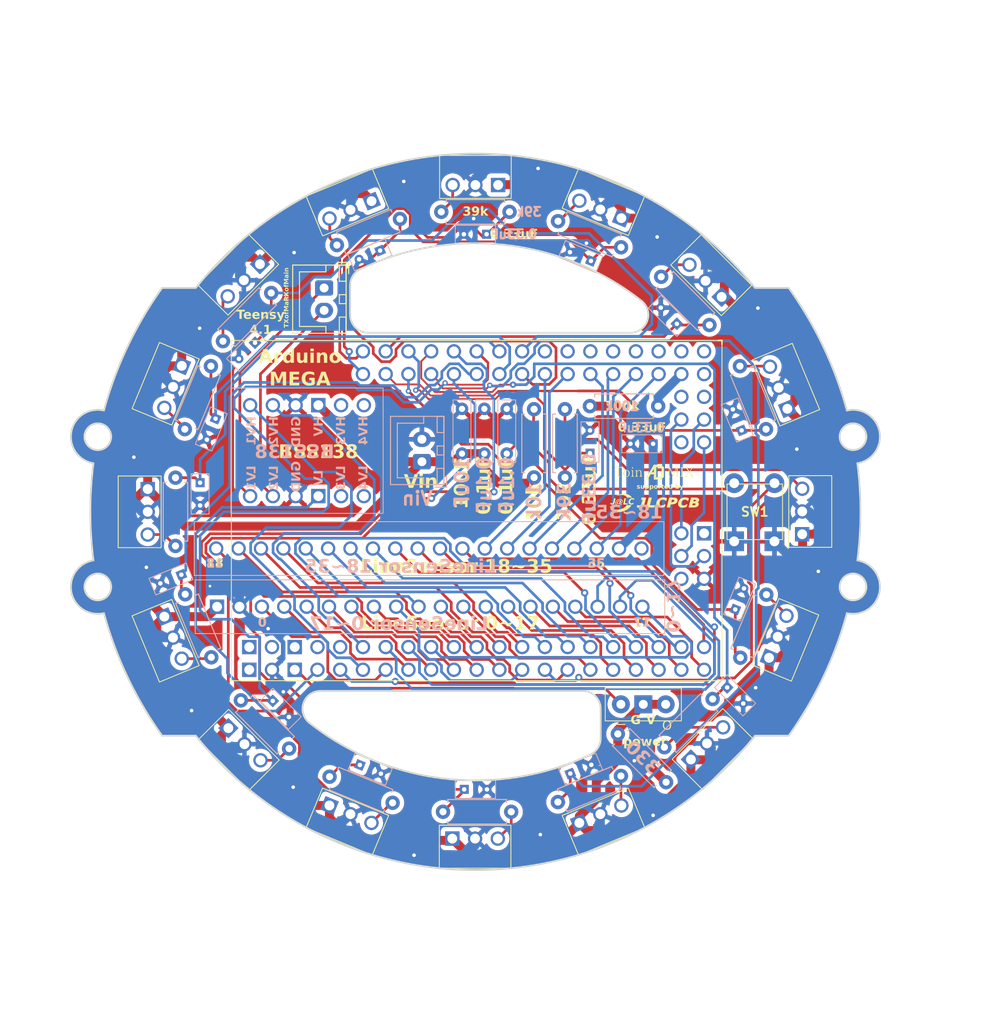
<source format=kicad_pcb>
(kicad_pcb (version 20221018) (generator pcbnew)
  (layers (0 "F.Cu" signal) (31 "B.Cu" signal) (34 "B.Paste" user) (35 "F.Paste" user) (36 "B.SilkS" user "B.Silkscreen") (37 "F.SilkS" user "F.Silkscreen") (38 "B.Mask" user) (39 "F.Mask" user) (44 "Edge.Cuts" user))
  (net 0 "")
  (net 1 "RXofMain5V")
  (net 2 "TXofMain5V")
  (net 3 "GND")
  (net 4 "+5V")
  (net 7 "RXofMain3.3V")
  (net 8 "TXofMain3.3V")
  (net 9 "+3.3V")
  (net 12 "RESET")
  (net 13 "BallSig0")
  (net 14 "BallSig1")
  (net 15 "BallSig2")
  (net 16 "BallSig3")
  (net 17 "BallSig4")
  (net 18 "BallSig5")
  (net 19 "BallSig6")
  (net 20 "BallSig7")
  (net 21 "BallSig8")
  (net 22 "BallSig9")
  (net 23 "BallSig10")
  (net 24 "BallSig11")
  (net 25 "BallSig12")
  (net 26 "BallSig13")
  (net 27 "BallSig14")
  (net 28 "BallSig15")
  (net 29 "Net-(D2-A)")
  (net 30 "LineSig0")
  (net 31 "LineSig1")
  (net 32 "LineSig2")
  (net 33 "LineSig3")
  (net 34 "LineSig4")
  (net 35 "LineSig5")
  (net 36 "LineSig6")
  (net 37 "LineSig7")
  (net 38 "LineSig8")
  (net 39 "LineSig9")
  (net 40 "LineSig10")
  (net 41 "LineSig11")
  (net 42 "LineSig12")
  (net 43 "LineSig13")
  (net 44 "LineSig14")
  (net 45 "LineSig15")
  (net 46 "LineSig16")
  (net 47 "LineSig17")
  (net 48 "LineSig18")
  (net 49 "LineSig19")
  (net 50 "LineSig20")
  (net 51 "LineSig21")
  (net 52 "LineSig22")
  (net 53 "LineSig23")
  (net 54 "LineSig24")
  (net 55 "LineSig25")
  (net 56 "LineSig26")
  (net 57 "LineSig27")
  (net 58 "LineSig28")
  (net 59 "LineSig29")
  (net 60 "LineSig30")
  (net 61 "LineSig31")
  (net 62 "LineSig32")
  (net 63 "LineSig33")
  (net 64 "LineSig34")
  (net 65 "LineSig35")
  (net 66 "PWMforComparator")
  (net 68 "Net-(U1-OUT)")
  (net 69 "Net-(U2-OUT)")
  (net 70 "Net-(U3-OUT)")
  (net 71 "Net-(U4-OUT)")
  (net 72 "Net-(U5-OUT)")
  (net 73 "Net-(U6-OUT)")
  (net 74 "Net-(U7-OUT)")
  (net 75 "Net-(U8-OUT)")
  (net 76 "Net-(U10-OUT)")
  (net 77 "Net-(U11-OUT)")
  (net 78 "Net-(U12-OUT)")
  (net 79 "Net-(U13-OUT)")
  (net 80 "Net-(U14-OUT)")
  (net 81 "Net-(U15-OUT)")
  (net 82 "Net-(U16-OUT)")
  (net 83 "Net-(U17-OUT)")
  (net 84 "Net-(SW2A-A)")
  (net 86 "unconnected-(U9-PB1{slash}PCINT1{slash}SCK{slash}52-Pad20)")
  (net 87 "unconnected-(U9-51{slash}MOSI{slash}PCINT2{slash}PB2-Pad21)")
  (net 88 "unconnected-(U9-PB3{slash}PCINT3{slash}MISO-Pad22)")
  (net 108 "PWMbeforesmoothing")
  (footprint "@images:2ToinADMIX_LOGO_10mm" (layer "F.Cu") (at 220 95.5)
    (fp_text reference "G***" hide)
    (fp_text value "LOGO" hide)
  )
  (footprint "@images:JLCPCB_icon_10mm" (layer "F.Cu") (at 220 99)
    (fp_text reference "G***" hide)
    (fp_text value "LOGO" hide)
  )
  (footprint "@admixFootPrints:TSSP58038_copy" (layer "F.Cu") (at 174.136397 74.136396 45)
    (fp_text reference "U16" hide)
    (fp_text value "~")
  )
  (footprint "@admixFootPrints:TSSP58038_copy" (layer "F.Cu") (at 166.227984 114.053346 112.5)
    (fp_text reference "U13" hide)
    (fp_text value "~")
  )
  (footprint "@admixFootPrints:TSSP58038_copy" (layer "F.Cu") (at 174.203949 125.953949 135)
    (fp_text reference "U12" hide)
    (fp_text value "~")
  )
  (footprint "@admixFootPrints:TSSP58038_copy" (layer "F.Cu") (at 186.053346 66.272016 22.5)
    (fp_text reference "U17" hide)
    (fp_text value "~")
  )
  (footprint "@admixFootPrints:TSSP58038_copy" (layer "F.Cu") (at 166.231492 86.044415 67.5)
    (fp_text reference "U15" hide)
    (fp_text value "~")
  )
  (footprint "@admixFootPrints:TSSP58038_copy" (layer "F.Cu") (at 213.955585 66.231492 -22.5)
    (fp_text reference "U2" hide)
    (fp_text value "~")
  )
  (footprint "@admixFootPrints:SML-E12P8WT86" (layer "F.Cu") (at 218.75 124.5)
    (fp_text reference "D2" hide)
    (fp_text value "LED_Small" hide)
  )
  (footprint "@admixFootPrints:TSSP58038_copy" (layer "F.Cu") (at 233.768509 113.955585 -112.5)
    (fp_text reference "U6" hide)
    (fp_text value "~")
  )
  (footprint "@admixFootPrints:TSSP58038_copy" (layer "F.Cu") (at 186.044415 133.768509 157.5)
    (fp_text reference "U11" hide)
    (fp_text value "~")
  )
  (footprint "@admixFootPrints:TSSP58038_copy" (layer "F.Cu") (at 163.4 100 90)
    (fp_text reference "U14" hide)
    (fp_text value "~")
  )
  (footprint "@admixFootPrints:Arduino Mega 2560 Pro Mini" (layer "F.Cu") (at 200.14 99.86)
    (fp_text reference "U9" hide)
    (fp_text value "~")
  )
  (footprint "@admixFootPrints:TSSP58038_copy" (layer "F.Cu") (at 236.5 99.96 -90)
    (fp_text reference "U5" hide)
    (fp_text value "~")
  )
  (footprint "@admixFootPrints:TSSP58038_copy" (layer "F.Cu") (at 233.868509 86.144415 -67.5)
    (fp_text reference "U4" hide)
    (fp_text value "~")
  )
  (footprint "@admixFootPrints:TSSP58038_copy" (layer "F.Cu") (at 213.955585 133.768509 -157.5)
    (fp_text reference "U8" hide)
    (fp_text value "~")
  )
  (footprint "@admixFootPrints:TSSP58038_copy" (layer "F.Cu") (at 225.703949 74.203949 -45)
    (fp_text reference "U3" hide)
    (fp_text value "~")
  )
  (footprint "@admixFootPrints:TSSP58038_copy" (layer "F.Cu") (at 199.96 136.5 180)
    (fp_text reference "U10" hide)
    (fp_text value "~")
  )
  (footprint "@admixFootPrints:SlideSwitch" (layer "F.Cu") (at 218.75 121.5)
    (fp_text reference "SW2" hide)
    (fp_text value "SW_DPDT_x2")
  )
  (footprint "Connector_JST:JST_XH_B2B-XH-A_1x02_P2.50mm_Vertical" (layer "F.Cu") (at 183.1 75 -90)
    (fp_text reference "J2" hide)
    (fp_text value "UARTtoMain")
  )
  (footprint "@admixFootPrints:Tact Switch" (layer "F.Cu") (at 231.2 100 90)
    (fp_text reference "SW1")
    (fp_text value "SW_Push")
  )
  (footprint "@admixFootPrints:TSSP58038_copy" (layer "F.Cu") (at 225.863604 125.863604 -135)
    (fp_text reference "U7" hide)
    (fp_text value "~")
  )
  (footprint "@admixFootPrints:TSSP58038_copy" (layer "F.Cu") (at 200 63.5)
    (fp_text reference "U1" hide)
    (fp_text value "~")
  )
  (footprint "Resistor_THT:R_Axial_DIN0207_L6.3mm_D2.5mm_P7.62mm_Horizontal" (layer "B.Cu") (at 190.75 132.5 157.5)
    (fp_text reference "R12" hide)
    (fp_text value "39k")
  )
  (footprint "@admixFootPrints:Capacitor_0.33uF" (layer "B.Cu") (at 175.383884 81.116116 -135)
    (fp_text reference "C18" hide)
    (fp_text value "0.33uF")
  )
  (footprint "@admixFootPrints:BSS138" (layer "B.Cu") (at 181.11 93.33 -90)
    (fp_text reference "BSS138" hide)
    (fp_text value "~")
  )
  (footprint "Resistor_THT:R_Axial_DIN0207_L6.3mm_D2.5mm_P7.62mm_Horizontal" (layer "B.Cu") (at 167.541976 90.769981 67.5)
    (fp_text reference "R16" hide)
    (fp_text value "39k")
  )
  (footprint "Resistor_THT:R_Axial_DIN0207_L6.3mm_D2.5mm_P7.62mm_Horizontal" (layer "B.Cu") (at 221.105923 126.294077 45)
    (fp_text reference "R9" hide)
    (fp_text value "39k")
  )
  (footprint "@admixFootPrints:Capacitor_0.33uF" (layer "B.Cu") (at 212.8 93.45 90)
    (fp_text reference "C8" hide)
    (fp_text value "0.33uF")
  )
  (footprint "@admixFootPrints:Capacitor_0.1uF" (layer "B.Cu") (at 201 91 90)
    (fp_text reference "0.1uF")
    (fp_text value "0.1uF")
  )
  (footprint "@admixFootPrints:Capacitor_0.33uF" (layer "B.Cu") (at 189.35485 70.821646 -157.5)
    (fp_text reference "C19" hide)
    (fp_text value "0.33uF")
  )
  (footprint "@admixFootPrints:Capacitor_0.33uF" (layer "B.Cu") (at 198.75 131)
    (fp_text reference "C12" hide)
    (fp_text value "0.33uF")
  )
  (footprint "@admixFootPrints:Capacitor_0.1uF" (layer "B.Cu") (at 198.5 91 90)
    (fp_text reference "10uF")
    (fp_text value "10uF")
  )
  (footprint "@admixFootPrints:Capacitor_0.33uF" (layer "B.Cu") (at 187.095151 128.271646 -22.5)
    (fp_text reference "C13" hide)
    (fp_text value "0.33uF")
  )
  (footprint "@admixFootPrints:Capacitor_0.33uF" (layer "B.Cu") (at 169.25 96.75 -90)
    (fp_text reference "C16" hide)
    (fp_text value "0.33uF")
  )
  (footprint "Resistor_THT:R_Axial_DIN0207_L6.3mm_D2.5mm_P7.62mm_Horizontal" (layer "B.Cu") (at 220.41 88.2 180)
    (fp_text reference "100k")
    (fp_text value "100k")
  )
  (footprint "@admixFootPrints:XH Connector 21~40 pin" (layer "B.Cu") (at 171.05 104.1)
    (fp_text reference "J4" hide)
    (fp_text value "LineSensor21~38")
  )
  (footprint "@admixFootPrints:Capacitor_0.33uF" (layer "B.Cu") (at 229.021645 110.904849 67.5)
    (fp_text reference "C9" hide)
    (fp_text value "0.33uF")
  )
  (footprint "Resistor_THT:R_Axial_DIN0207_L6.3mm_D2.5mm_P7.62mm_Horizontal" (layer "B.Cu") (at 204 133.5 180)
    (fp_text reference "R11" hide)
    (fp_text value "39k")
  )
  (footprint "@admixFootPrints:Capacitor_0.33uF" (layer "B.Cu") (at 177.366117 121.116116 -45)
    (fp_text reference "C14" hide)
    (fp_text value "0.33uF")
  )
  (footprint "@admixFootPrints:Capacitor_0.33uF" (layer "B.Cu") (at 167.154849 107.021646 -157.5)
    (fp_text reference "C15" hide)
    (fp_text value "0.33uF")
  )
  (footprint "Resistor_THT:R_Axial_DIN0207_L6.3mm_D2.5mm_P7.62mm_Horizontal" (layer "B.Cu") (at 166.5 103.81 90)
    (fp_text reference "R15" hide)
    (fp_text value "39k")
  )
  (footprint "Resistor_THT:R_Axial_DIN0207_L6.3mm_D2.5mm_P7.62mm_Horizontal" (layer "B.Cu") (at 206.55 96.16 90)
    (fp_text reference "10k")
    (fp_text value "10k")
  )
  (footprint "Resistor_THT:R_Axial_DIN0207_L6.3mm_D2.5mm_P7.62mm_Horizontal" (layer "B.Cu") (at 210 88.54 -90)
    (fp_text reference "R7" hide)
    (fp_text value "39k")
  )
  (footprint "Connector_JST:JST_XH_B2B-XH-A_1x02_P2.50mm_Vertical" (layer "B.Cu") (at 194.025 94.4 90)
    (fp_text reference "Vin")
    (fp_text value "VCC")
  )
  (footprint "Resistor_THT:R_Axial_DIN0207_L6.3mm_D2.5mm_P7.62mm_Horizontal" (layer "B.Cu") (at 232.5 109.25 -112.5)
    (fp_text reference "R8" hide)
    (fp_text value "39k")
  )
  (footprint "Resistor_THT:R_Axial_DIN0207_L6.3mm_D2.5mm_P7.62mm_Horizontal" (layer "B.Cu") (at 216.25 129.5 -157.5)
    (fp_text reference "R10" hide)
    (fp_text value "39k")
  )
  (footprint "Resistor_THT:R_Axial_DIN0207_L6.3mm_D2.5mm_P7.62mm_Horizontal" (layer "B.Cu") (at 209.230019 67.541976 -22.5)
    (fp_text reference "R3" hide)
    (fp_text value "39k")
  )
  (footprint "Resistor_THT:R_Axial_DIN0207_L6.3mm_D2.5mm_P7.62mm_Horizontal" (layer "B.Cu") (at 184.530019 70.208024 22.5)
    (fp_text reference "R18" hide)
    (fp_text value "39k")
  )
  (footprint "@admixFootPrints:Capacitor_0.33uF" (layer "B.Cu") (at 170.978355 89.595151 -112.5)
    (fp_text reference "C17" hide)
    (fp_text value "0.33uF")
  )
  (footprint "@admixFootPrints:Capacitor_0.33uF" (layer "B.Cu") (at 229.728354 90.904849 112.5)
    (fp_text reference "C7" hide)
    (fp_text value "0.33uF")
  )
  (footprint "@admixFootPrints:Capacitor_0.1uF" (layer "B.Cu") (at 203.5 91 90)
    (fp_text reference "0.1uF")
    (fp_text value "0.1uF")
  )
  (footprint "@admixFootPrints:Capacitor_0.33uF" (layer "B.Cu") (at 222.5 79 135)
    (fp_text reference "C6" hide)
    (fp_text value "0.33uF")
  )
  (footprint "@admixFootPrints:Capacitor_0.33uF" (layer "B.Cu") (at 219.85 92.4 180)
    (fp_text reference "0.33uF")
    (fp_text value "0.33uF")
  )
  (footprint "@admixFootPrints:Capacitor_0.33uF" (layer "B.Cu") (at 228.116116 119.616116 -45)
    (fp_text reference "C10" hide)
    (fp_text value "0.33uF")
  )
  (footprint "@admixFootPrints:Capacitor_0.33uF" (layer "B.Cu") (at 210.595151 129.228354 22.5)
    (fp_text reference "C11" hide)
    (fp_text value "0.33uF")
  )
  (footprint "Resistor_THT:R_Axial_DIN0207_L6.3mm_D2.5mm_P7.62mm_Horizontal" (layer "B.Cu") (at 220.75 73.75 -45)
    (fp_text reference "R5" hide)
    (fp_text value "39k")
  )
  (footprint "@admixFootPrints:Capacitor_0.33uF" (layer "B.Cu") (at 201.25 69 180)
    (fp_text reference "0.33uF")
    (fp_text value "0.33uF")
  )
  (footprint "Resistor_THT:R_Axial_DIN0207_L6.3mm_D2.5mm_P7.62mm_Horizontal" (layer "B.Cu") (at 215.905923 124.805923 -45)
    (fp_text reference "R4" hide)
    (fp_text value "330")
  )
  (footprint "Resistor_THT:R_Axial_DIN0207_L6.3mm_D2.5mm_P7.62mm_Horizontal" (layer "B.Cu") (at 196.19 66.5)
    (fp_text reference "39k")
    (fp_text value "39k")
  )
  (footprint "Resistor_THT:R_Axial_DIN0207_L6.3mm_D2.5mm_P7.62mm_Horizontal" (layer "B.Cu") (at 229.541976 83.730019 -67.5)
    (fp_text reference "R6" hide)
    (fp_text value "39k")
  )
  (footprint "Resistor_THT:R_Axial_DIN0207_L6.3mm_D2.5mm_P7.62mm_Horizontal" (layer "B.Cu") (at 171.805923 80.944077 45)
    (fp_text reference "R17" hide)
    (fp_text value "39k")
  )
  (footprint "Resistor_THT:R_Axial_DIN0207_L6.3mm_D2.5mm_P7.62mm_Horizontal" (layer "B.Cu") (at 170.5 116.25 112.5)
    (fp_text reference "R14" hide)
    (fp_text value "39k")
  )
  (footprint "Resistor_THT:R_Axial_DIN0207_L6.3mm_D2.5mm_P7.62mm_Horizontal" (layer "B.Cu") (at 179.194077 126.444077 135)
    (fp_text reference "R13" hide)
    (fp_text value "39k")
  )
  (footprint "@admixFootPrints:Capacitor_0.33uF" (layer "B.Cu") (at 212.904849 71.978354 157.5)
    (fp_text reference "C4" hide)
    (fp_text value "0.33uF")
  )
  (footprint "@admixFootPrints:XH Connector 20 pin" (layer "B.Cu") (at 171.15 110.6)
    (fp_text reference "J3" hide)
    (fp_text value "LineSensor0~20")
  )
  (gr_line (start 227.54 80.86) (end 227.54 81.29) (stroke (width 0.15)) (layer "F.SilkS"))
  (gr_line (start 227.14 80.86) (end 227.54 80.86) (stroke (width 0.15)) (layer "F.SilkS"))
  (gr_line (start 227.54 80.86) (end 227.14 80.86) (stroke (width 0.15)) (layer "F.SilkS"))
  (gr_line (start 165.01429 74.999999) (end 168.775011 74.999999) (stroke (width 0.2)) (layer "Edge.Cuts"))
  (gr_arc (start 165.01429 124.999999) (mid 161.15609 118.443171) (end 158.513789 111.309031) (stroke (width 0.2)) (layer "Edge.Cuts"))
  (gr_arc (start 231.224991 124.999999) (mid 200.000001 139.999999) (end 168.775011 124.999999) (stroke (width 0.2)) (layer "Edge.Cuts"))
  (gr_arc (start 158.513789 88.690967) (mid 161.15609 81.556827) (end 165.01429 74.999999) (stroke (width 0.2)) (layer "Edge.Cuts"))
  (gr_arc (start 241.486213 111.309031) (mid 238.843912 118.443171) (end 234.985712 124.999999) (stroke (width 0.2)) (layer "Edge.Cuts"))
  (gr_line (start 214.000001 121.999999) (end 214.000001 125.29822) (stroke (width 0.2)) (layer "Edge.Cuts"))
  (gr_arc (start 241.486213 88.690967) (mid 245.116123 91.025844) (end 242.656042 94.572097) (stroke (width 0.2)) (layer "Edge.Cuts"))
  (gr_circle (center 157.826234 91.611115) (end 157.826234 90.111115) (stroke (width 0.2)) (fill none) (layer "Edge.Cuts"))
  (gr_line (start 234.985712 124.999999) (end 231.224991 124.999999) (stroke (width 0.2)) (layer "Edge.Cuts"))
  (gr_circle (center 157.826234 108.388883) (end 157.826234 106.888883) (stroke (width 0.2)) (fill none) (layer "Edge.Cuts"))
  (gr_circle (center 242.173768 108.388883) (end 242.173768 106.888883) (stroke (width 0.2)) (fill none) (layer "Edge.Cuts"))
  (gr_line (start 168.775011 124.999999) (end 165.01429 124.999999) (stroke (width 0.2)) (layer "Edge.Cuts"))
  (gr_arc (start 168.775011 74.999999) (mid 200.000001 59.999999) (end 231.224991 74.999999) (stroke (width 0.2)) (layer "Edge.Cuts"))
  (gr_arc (start 212.857144 127.105236) (mid 196.646495 129.811976) (end 181.442314 123.571428) (stroke (width 0.2)) (layer "Edge.Cuts"))
  (gr_arc (start 214.000001 125.29822) (mid 213.69031 126.367265) (end 212.857144 127.105236) (stroke (width 0.2)) (layer "Edge.Cuts"))
  (gr_line (start 182.679493 119.999999) (end 212.000001 119.999999) (stroke (width 0.2)) (layer "Edge.Cuts"))
  (gr_arc (start 181.442314 123.571428) (mid 180.78967 121.345345) (end 182.679493 119.999999) (stroke (width 0.2)) (layer "Edge.Cuts"))
  (gr_arc (start 212.000001 119.999999) (mid 213.414215 120.585785) (end 214.000001 121.999999) (stroke (width 0.2)) (layer "Edge.Cuts"))
  (gr_line (start 231.224991 74.999999) (end 234.985712 74.999999) (stroke (width 0.2)) (layer "Edge.Cuts"))
  (gr_arc (start 158.513789 111.309031) (mid 154.883879 108.974154) (end 157.34396 105.427901) (stroke (width 0.2)) (layer "Edge.Cuts"))
  (gr_circle (center 242.173768 91.611115) (end 242.173768 90.111115) (stroke (width 0.2)) (fill none) (layer "Edge.Cuts"))
  (gr_line (start 188.000001 79.999999) (end 217.320509 79.999999) (stroke (width 0.2)) (layer "Edge.Cuts"))
  (gr_arc (start 186.000001 74.701778) (mid 186.3097 73.632741) (end 187.142858 72.894762) (stroke (width 0.2)) (layer "Edge.Cuts"))
  (gr_arc (start 234.985712 74.999999) (mid 238.843912 81.556827) (end 241.486213 88.690967) (stroke (width 0.2)) (layer "Edge.Cuts"))
  (gr_arc (start 218.557688 76.42857) (mid 219.210329 78.654653) (end 217.320509 79.999999) (stroke (width 0.2)) (layer "Edge.Cuts"))
  (gr_line (start 186.000001 74.701778) (end 186.000001 77.999999) (stroke (width 0.2)) (layer "Edge.Cuts"))
  (gr_arc (start 187.142858 72.894762) (mid 203.353507 70.188022) (end 218.557688 76.42857) (stroke (width 0.2)) (layer "Edge.Cuts"))
  (gr_arc (start 188.000001 79.999999) (mid 186.585787 79.414213) (end 186.000001 77.999999) (stroke (width 0.2)) (layer "Edge.Cuts"))
  (gr_arc (start 157.34396 94.572097) (mid 154.883878 91.025844) (end 158.513789 88.690967) (stroke (width 0.2)) (layer "Edge.Cuts"))
  (gr_arc (start 242.656042 94.572097) (mid 243.000001 99.999999) (end 242.656042 105.427901) (stroke (width 0.2)) (layer "Edge.Cuts"))
  (gr_arc (start 242.656042 105.427901) (mid 245.116124 108.974154) (end 241.486213 111.309031) (stroke (width 0.2)) (layer "Edge.Cuts"))
  (gr_arc (start 157.34396 105.427901) (mid 157.000001 99.999999) (end 157.34396 94.572097) (stroke (width 0.2)) (layer "Edge.Cuts"))
  (gr_text "LineSensor 0~17" (at 201.45 113.45) (layer "B.SilkS") (effects (font (size 1.5 1.5) (thickness 0.2) bold) (justify left bottom mirror)))
  (gr_text "0" (at 176.2 112.4) (layer "B.SilkS") (effects (font (size 1 1) (thickness 0.25) bold) (justify mirror)))
  (gr_text "330" (at 218.6 127.5 315) (layer "B.SilkS") (effects (font (size 1.5 1.5) (thickness 0.3) bold) (justify mirror)))
  (gr_text "18" (at 170.9 105.8) (layer "B.SilkS") (effects (font (size 1 1) (thickness 0.25) bold) (justify mirror)))
  (gr_text "18~35" (at 221 101) (layer "B.SilkS") (effects (font (size 1.5 1.5) (thickness 0.2) bold) (justify left bottom mirror)))
  (gr_text "39k" (at 210 98.85 90) (layer "B.SilkS") (effects (font (size 1.5 1.5) (thickness 0.3) bold) (justify mirror)))
  (gr_text "17" (at 218.6 112.4) (layer "B.SilkS") (effects (font (size 1 1) (thickness 0.25) bold) (justify mirror)))
  (gr_text "35" (at 213.5 105.8) (layer "B.SilkS") (effects (font (size 1 1) (thickness 0.25) bold) (justify mirror)))
  (gr_text "0~17" (at 221.1 113.5 270) (layer "B.SilkS") (effects (font (size 1.5 1.5) (thickness 0.2) bold) (justify left bottom mirror)))
  (gr_text "0.33uF" (at 212.8 97.45 90) (layer "B.SilkS") (effects (font (size 1.5 1.5) (thickness 0.3) bold) (justify mirror)))
  (gr_text "0.1uF" (at 201 97 90) (layer "F.SilkS") (effects (font (size 1.5 1.5) (thickness 0.3) bold)))
  (gr_text "17" (at 218.6 112.4) (layer "F.SilkS") (effects (font (size 1 1) (thickness 0.25) bold)))
  (gr_text "0.33uF" (at 218.6 90.6) (layer "F.SilkS") (effects (font (size 1 1) (thickness 0.2) bold)))
  (gr_text "Teensy\n4.1" (at 176 80.3) (layer "F.SilkS") (effects (font (size 1 1) (thickness 0.2) bold) (justify bottom)))
  (gr_text "0" (at 176.2 112.4) (layer "F.SilkS") (effects (font (size 1 1) (thickness 0.25) bold)))
  (gr_text "0.33uF" (at 204.3 69) (layer "F.SilkS") (effects (font (size 1 1) (thickness 0.25) bold)))
  (gr_text "10uF" (at 198.5 96.8 90) (layer "F.SilkS") (effects (font (size 1.5 1.5) (thickness 0.3) bold)))
  (gr_text "35" (at 213.5 105.8) (layer "F.SilkS") (effects (font (size 1 1) (thickness 0.25) bold)))
  (gr_text "100k" (at 216.4 88.2) (layer "F.SilkS") (effects (font (size 1 1) (thickness 0.25) bold)))
  (gr_text "V" (at 219.6 123.3) (layer "F.SilkS") (effects (font (size 1 1) (thickness 0.25) bold)))
  (gr_text "supported by" (at 218 97.5) (layer "F.SilkS") (effects (font (size 0.5 0.5) (thickness 0.1) bold) (justify left bottom)))
  (gr_text "10k" (at 206.55 98.91 90) (layer "F.SilkS") (effects (font (size 1.5 1.5) (thickness 0.3) bold)))
  (gr_text "Vin" (at 193.9 96.7) (layer "F.SilkS") (effects (font (size 1.5 1.5) (thickness 0.3) bold)))
  (gr_text "Arduino\nMEGA" (at 180.4 84) (layer "F.SilkS") (effects (font (size 1.5 1.5) (thickness 0.3) bold)))
  (gr_text "0.1uF" (at 203.5 97 90) (layer "F.SilkS") (effects (font (size 1.5 1.5) (thickness 0.3) bold)))
  (gr_text "18" (at 170.9 105.8) (layer "F.SilkS") (effects (font (size 1 1) (thickness 0.25) bold)))
  (gr_text "TXofMain" (at 179.2 77.6 90) (layer "F.SilkS") (effects (font (size 0.5 0.5) (thickness 0.125) bold) (justify bottom)))
  (gr_text "G" (at 217.9 123.3) (layer "F.SilkS") (effects (font (size 1 1) (thickness 0.25) bold)))
  (gr_text "LineSensor 18~35" (at 187.15 107.05) (layer "F.SilkS") (effects (font (size 1.5 1.5) (thickness 0.2) bold) (justify left bottom)))
  (gr_text "BSS138" (at 178 94.25) (layer "F.SilkS") (effects (font (size 1.5 1.5) (thickness 0.125) bold) (justify left bottom)))
  (gr_text "RXofMain" (at 179.2 74.6 90) (layer "F.SilkS") (effects (font (size 0.5 0.5) (thickness 0.125) bold) (justify bottom)))
  (gr_text "39k" (at 200 66.5) (layer "F.SilkS") (effects (font (size 1 1) (thickness 0.25) bold)))
  (gr_text "LineSensor 0~17" (at 187.2 113.4) (layer "F.SilkS") (effects (font (size 1.5 1.5) (thickness 0.2) bold) (justify left bottom)))
  (gr_text "39k" (at 210 98.85 90) (layer "F.SilkS") (effects (font (size 1.5 1.5) (thickness 0.3) bold)))
  (gr_text "power" (at 216.5 126.3) (layer "F.SilkS") (effects (font (size 1 1) (thickness 0.2) bold) (justify left bottom)))
  (gr_text "0.33uF" (at 212.8 97.45 90) (layer "F.SilkS") (effects (font (size 1.5 1.5) (thickness 0.3) bold)))
  (segment (start 182.3 95.55) (end 184.45 95.55) (width 0.3) (layer "B.Cu") (net 1))
  (segment (start 179.8 110.913654) (end 183.51 114.623654) (width 0.3) (layer "B.Cu") (net 1))
  (segment (start 179.8 109.45) (end 179.8 110.913654) (width 0.3) (layer "B.Cu") (net 1))
  (segment (start 186.15 100.4) (end 184.8 101.75) (width 0.3) (layer "B.Cu") (net 1))
  (segment (start 187.39 117.64) (end 187.44 117.64) (width 0.3) (layer "B.Cu") (net 1))
  (segment (start 175.6 105.25) (end 179.8 109.45) (width 0.3) (layer "B.Cu") (net 1))
  (segment (start 174.84 88.09) (end 182.3 95.55) (width 0.3) (layer "B.Cu") (net 1))
  (segment (start 183.51 114.623654) (end 183.51 115.336346) (width 0.3) (layer "B.Cu") (net 1))
  (segment (start 183.51 115.336346) (end 184.473654 116.3) (width 0.3) (layer "B.Cu") (net 1))
  (segment (start 175.573654 105.25) (end 175.6 105.25) (width 0.3) (layer "B.Cu") (net 1))
  (segment (start 186.05 116.3) (end 187.39 117.64) (width 0.3) (layer "B.Cu") (net 1))
  (segment (start 174.9 103.5) (end 174.9 104.576346) (width 0.3) (layer "B.Cu") (net 1))
  (segment (start 184.473654 116.3) (end 186.05 116.3) (width 0.3) (layer "B.Cu") (net 1))
  (segment (start 184.45 95.55) (end 186.15 97.25) (width 0.3) (layer "B.Cu") (net 1))
  (segment (start 184.8 101.75) (end 176.65 101.75) (width 0.3) (layer "B.Cu") (net 1))
  (segment (start 174.9 104.576346) (end 175.573654 105.25) (width 0.3) (layer "B.Cu") (net 1))
  (segment (start 176.65 101.75) (end 174.9 103.5) (width 0.3) (layer "B.Cu") (net 1))
  (segment (start 186.15 97.25) (end 186.15 100.4) (width 0.3) (layer "B.Cu") (net 1))
  (segment (start 181.54 89.24) (end 188.7 96.4) (width 0.3) (layer "B.Cu") (net 2))
  (segment (start 184.19 111.85) (end 187.44 115.1) (width 0.3) (layer "B.Cu") (net 2))
  (segment (start 177.38 88.09) (end 178.53 89.24) (width 0.3) (layer "B.Cu") (net 2))
  (segment (start 188.7 96.4) (end 188.7 100.65) (width 0.3) (layer "B.Cu") (net 2))
  (segment (start 178.2 105.25) (end 182.5 109.55) (width 0.3) (layer "B.Cu") (net 2))
  (segment (start 188.7 100.65) (end 186.95 102.4) (width 0.3) (layer "B.Cu") (net 2))
  (segment (start 177.4 103.6) (end 177.4 104.576346) (width 0.3) (layer "B.Cu") (net 2))
  (segment (start 183.273654 111.85) (end 184.19 111.85) (width 0.3) (layer "B.Cu") (net 2))
  (segment (start 178.073654 105.25) (end 178.2 105.25) (width 0.3) (layer "B.Cu") (net 2))
  (segment (start 178.53 89.24) (end 181.54 89.24) (width 0.3) (layer "B.Cu") (net 2))
  (segment (start 186.95 102.4) (end 178.6 102.4) (width 0.3) (layer "B.Cu") (net 2))
  (segment (start 182.5 111.076346) (end 183.273654 111.85) (width 0.3) (layer "B.Cu") (net 2))
  (segment (start 177.4 104.576346) (end 178.073654 105.25) (width 0.3) (layer "B.Cu") (net 2))
  (segment (start 178.6 102.4) (end 177.4 103.6) (width 0.3) (layer "B.Cu") (net 2))
  (segment (start 182.5 109.55) (end 182.5 111.076346) (width 0.3) (layer "B.Cu") (net 2))
  (segment (start 217.95 124.5) (end 217.95 127.6) (width 1) (layer "F.Cu") (net 3))
  (segment (start 178.55 120.1) (end 179.45 121) (width 0.5) (layer "F.Cu") (net 3))
  (segment (start 217.95 127.6) (end 217.75 127.8) (width 1) (layer "F.Cu") (net 3))
  (segment (start 179.45 122.624335) (end 179.162168 122.912167) (width 0.5) (layer "F.Cu") (net 3))
  (segment (start 179.45 121) (end 179.45 122.624335) (width 0.5) (layer "F.Cu") (net 3))
  (via (at 168.3 122.2) (size 0.8) (drill 0.4) (layers "F.Cu" "B.Cu") (net 3))
  (via (at 169.2 79.5) (size 0.8) (drill 0.4) (layers "F.Cu" "B.Cu") (net 3))
  (via (at 220.3 69.3) (size 0.8) (drill 0.4) (layers "F.Cu" "B.Cu") (net 3))
  (via (at 231.55 77.25) (size 0.8) (drill 0.4) (layers "F.Cu" "B.Cu") (net 3))
  (via (at 170.35 108.3) (size 0.7) (drill 0.3) (layers "F.Cu" "B.Cu") (net 3))
  (via (at 179.75 71.05) (size 0.8) (drill 0.4) (layers "F.Cu" "B.Cu") (net 3))
  (via (at 238.3 106.65) (size 0.8) (drill 0.4) (layers "F.Cu" "B.Cu") (net 3))
  (via (at 219.85 133.9) (size 0.8) (drill 0.4) (layers "F.Cu" "B.Cu") (net 3))
  (via (at 217.75 127.8) (size 0.8) (drill 0.4) (layers "F.Cu" "B.Cu") (net 3))
  (via (at 163.25 106.2) (size 0.8) (drill 0.4) (layers "F.Cu" "B.Cu") (net 3))
  (via (at 235.9 93) (size 0.8) (drill 0.4) (layers "F.Cu" "B.Cu") (net 3))
  (via (at 161.85 93.9) (size 0.8) (drill 0.4) (layers "F.Cu" "B.Cu") (net 3))
  (via (at 192 63.1) (size 0.8) (drill 0.4) (layers "F.Cu" "B.Cu") (net 3))
  (via (at 193.15 138.35) (size 0.8) (drill 0.4) (layers "F.Cu" "B.Cu") (net 3))
  (via (at 178.55 120.1) (size 0.8) (drill 0.4) (layers "F.Cu" "B.Cu") (net 3))
  (via (at 207 61.65) (size 0.8) (drill 0.4) (layers "F.Cu" "B.Cu") (net 3))
  (via (at 231.3 119.65) (size 0.8) (drill 0.4) (layers "F.Cu" "B.Cu") (net 3))
  (via (at 212.4 70) (size 0.8) (drill 0.4) (layers "F.Cu" "B.Cu") (net 3))
  (via (at 207.25 136.05) (size 0.8) (drill 0.4) (layers "F.Cu" "B.Cu") (net 3))
  (via (at 199.8 67.25) (size 0.8) (drill 0.4) (layers "F.Cu" "B.Cu") (net 3))
  (via (at 179.65 130.75) (size 0.8) (drill 0.4) (layers "F.Cu" "B.Cu") (net 3))
  (via (at 176.85 113.05) (size 0.8) (drill 0.4) (layers "F.Cu" "B.Cu") (net 3))
  (segment (start 213.955585 133.768509) (end 213.955585 135.416357) (width 1) (layer "B.Cu") (net 3))
  (segment (start 177.28 117.64) (end 177.28 118.83) (width 0.5) (layer "B.Cu") (net 3))
  (segment (start 179.75 71.05) (end 178.78471 70.08471) (width 1) (layer "B.Cu") (net 3))
  (segment (start 232.5 119.65) (end 231.3 119.65) (width 1) (layer "B.Cu") (net 3))
  (segment (start 200 62.75) (end 201.1 61.65) (width 1) (layer "B.Cu") (net 3))
  (segment (start 211.393662 71.006338) (end 212.4 70) (width 1) (layer "B.Cu") (net 3))
  (segment (start 236.5 99.96) (end 237.26 99.96) (width 1) (layer "B.Cu") (net 3))
  (segment (start 225.703949 74.203949) (end 226.257898 73.65) (width 1) (layer "B.Cu") (net 3))
  (segment (start 178.53 114.58) (end 177 113.05) (width 0.5) (layer "B.Cu") (net 3))
  (segment (start 173.65 109.46863) (end 172.48137 108.3) (width 1) (layer "B.Cu") (net 3))
  (segment (start 201.1 61.65) (end 207 61.65) (width 1) (layer "B.Cu") (net 3))
  (segment (start 220.35 133.4) (end 219.85 133.9) (width 1) (layer "B.Cu") (net 3))
  (segment (start 178.78471 70.08471) (end 175.41529 70.08471) (width 1) (layer "B.Cu") (net 3))
  (segment (start 233.4 103.3) (end 236.75 106.65) (width 1) (layer "B.Cu") (net 3))
  (segment (start 208.077744 136.877744) (end 207.25 136.05) (width 1) (layer "B.Cu") (net 3))
  (segment (start 179.65 131.85) (end 179.65 130.75) (width 1) (layer "B.Cu") (net 3))
  (segment (start 199.96 137.29) (end 198.9 138.35) (width 1) (layer "B.Cu") (net 3))
  (segment (start 200 63.5) (end 200 62.75) (width 1) (layer "B.Cu") (net 3))
  (segment (start 173.707898 126.45) (end 172.154414 126.45) (width 1) (layer "B.Cu") (net 3))
  (segment (start 179.162168 122.912167) (end 181.35 125.099999) (width 1) (layer "B.Cu") (net 3))
  (segment (start 237.26 99.96) (end 238.3 101) (width 1) (layer "B.Cu") (net 3))
  (segment (start 182.733712 134.933712) (end 179.65 131.85) (width 1) (layer "B.Cu") (net 3))
  (segment (start 227.95 73.65) (end 231.55 77.25) (width 1) (layer "B.Cu") (net 3))
  (segment (start 235.516357 86.144415) (end 237 87.628058) (width 1) (layer "B.Cu") (net 3))
  (segment (start 184.879212 134.933712) (end 182.733712 134.933712) (width 1) (layer "B.Cu") (net 3))
  (segment (start 162.75 100) (end 161.6 98.85) (width 1) (layer "B.Cu") (net 3))
  (segment (start 226.257898 73.65) (end 227.95 73.65) (width 1) (layer "B.Cu") (net 3))
  (segment (start 212.494198 136.877744) (end 208.077744 136.877744) (width 1) (layer "B.Cu") (net 3))
  (segment (start 237 87.628058) (end 237 91.9) (width 1) (layer "B.Cu") (net 3))
  (segment (start 186.053346 64.624168) (end 187.577514 63.1) (width 1) (layer "B.Cu") (net 3))
  (segment (start 217.187506 65.066289) (end 220.3 68.178783) (width 1) (layer "B.Cu") (net 3))
  (segment (start 163.118749 112.591959) (end 163.118749 106.331251) (width 1) (layer "B.Cu") (net 3))
  (segment (start 177 113.05) (end 176.85 113.05) (width 0.5) (layer "B.Cu") (net 3))
  (segment (start 168.378783 79.5) (end 169.2 79.5) (width 1) (layer "B.Cu") (net 3))
  (segment (start 165.066289 82.812494) (end 168.378783 79.5) (width 1) (layer "B.Cu") (net 3))
  (segment (start 168.3 122.595586) (end 168.3 122.2) (width 1) (layer "B.Cu") (net 3))
  (segment (start 237 91.9) (end 235.9 93) (width 1) (layer "B.Cu") (net 3))
  (segment (start 234.933712 117.216288) (end 232.5 119.65) (width 1) (layer "B.Cu") (net 3))
  (segment (start 220.3 68.178783) (end 220.3 69.3) (width 1) (layer "B.Cu") (net 3))
  (segment (start 177.28 118.83) (end 178.55 120.1) (width 0.5) (layer "B.Cu") (net 3))
  (segment (start 210.558195 71.006338) (end 211.393662 71.006338) (width 1) (layer "B.Cu") (net 3))
  (segment (start 165.066289 84.879212) (end 165.066289 82.812494) (width 1) (layer "B.Cu") (net 3))
  (segment (start 181.35 129.05) (end 179.65 130.75) (width 1) (layer "B.Cu") (net 3))
  (segment (start 199.96 136.5) (end 199.96 137.29) (width 1) (layer "B.Cu") (net 3))
  (segment (start 181.35 125.099999) (end 181.35 129.05) (width 1) (layer "B.Cu") (net 3))
  (segment (start 215.120788 65.066289) (end 217.187506 65.066289) (width 1) (layer "B.Cu") (net 3))
  (segment (start 213.955585 135.416357) (end 212.494198 136.877744) (width 1) (layer "B.Cu") (net 3))
  (segment (start 173.65 110.6) (end 173.65 109.46863) (width 1) (layer "B.Cu") (net 3))
  (segment (start 226.35 127.922794) (end 220.872794 133.4) (width 1) (layer "B.Cu") (net 3))
  (segment (start 172.48137 108.3) (end 170.35 108.3) (width 1) (layer "B.Cu") (net 3))
  (segment (start 161.6 98.85) (end 161.6 94.15) (width 1) (layer "B.Cu") (net 3))
  (segment (start 225.863604 125.863604) (end 226.35 126.35) (width 1) (layer "B.Cu") (net 3))
  (segment (start 198.9 138.35) (end 193.15 138.35) (width 1) (layer "B.Cu") (net 3))
  (segment (start 213.398143 127.8) (end 217.75 127.8) (width 1) (layer "B.Cu") (net 3))
  (segment (start 173.65 73.649999) (end 174.136397 74.136396) (width 1) (layer "B.Cu") (net 3))
  (segment (start 172.154414 126.45) (end 168.3 122.595586) (width 1) (layer "B.Cu") (net 3))
  (segment (start 233.768509 113.955585) (end 234.933712 115.120788) (width 1) (layer "B.Cu") (net 3))
  (segment (start 163.118749 106.331251) (end 163.25 106.2) (width 1) (layer "B.Cu") (net 3))
  (segment (start 233.868509 86.144415) (end 235.516357 86.144415) (width 1) (layer "B.Cu") (net 3))
  (segment (start 226.35 126.35) (end 226.35 127.922794) (width 1) (layer "B.Cu") (net 3))
  (segment (start 238.3 101) (end 238.3 106.65) (width 1) (layer "B.Cu") (net 3))
  (segment (start 163.4 100) (end 162.75 100) (width 1) (layer "B.Cu") (net 3))
  (segment (start 187.577514 63.1) (end 192 63.1) (width 1) (layer "B.Cu") (net 3))
  (segment (start 234.933712 115.120788) (end 234.933712 117.216288) (width 1) (layer "B.Cu") (net 3))
  (segment (start 220.872794 133.4) (end 220.35 133.4) (width 1) (layer "B.Cu") (net 3))
  (segment (start 161.6 94.15) (end 161.85 93.9) (width 1) (layer "B.Cu") (net 3))
  (segment (start 213.955585 66.231492) (end 215.120788 65.066289) (width 1) (layer "B.Cu") (net 3))
  (segment (start 212.941805 128.256338) (end 213.398143 127.8) (width 1) (layer "B.Cu") (net 3))
  (segment (start 178.53 116.39) (end 178.53 114.58) (width 0.5) (layer "B.Cu") (net 3))
  (segment (start 166.227984 114.053346) (end 164.580136 114.053346) (width 1) (layer "B.Cu") (net 3))
  (segment (start 186.044415 133.768509) (end 184.879212 134.933712) (width 1) (layer "B.Cu") (net 3))
  (segment (start 173.65 71.85) (end 173.65 73.649999) (width 1) (layer "B.Cu") (net 3))
  (segment (start 198.71 68.34) (end 199.8 67.25) (width 1) (layer "B.Cu") (net 3))
  (segment (start 177.28 117.64) (end 178.53 116.39) (width 0.5) (layer "B.Cu") (net 3))
  (segment (start 198.71 69) (end 198.71 68.34) (width 1) (layer "B.Cu") (net 3))
  (segment (start 186.053346 66.272016) (end 186.053346 64.624168) (width 1) (layer "B.Cu") (net 3))
  (segment (start 166.231492 86.044415) (end 165.066289 84.879212) (width 1) (layer "B.Cu") (net 3))
  (segment (start 164.580136 114.053346) (end 163.118749 112.591959) (width 1) (layer "B.Cu") (net 3))
  (segment (start 236.75 106.65) (end 238.3 106.65) (width 1) (layer "B.Cu") (net 3))
  (segment (start 174.203949 125.953949) (end 173.707898 126.45) (width 1) (layer "B.Cu") (net 3))
  (segment (start 175.41529 70.08471) (end 173.65 71.85) (width 1) (layer "B.Cu") (net 3))
  (segment (start 211.608931 133.993842) (end 213.5 132.102773) (width 1) (layer "F.Cu") (net 4))
  (segment (start 235.682429 83.782429) (end 235.682429 87.649165) (width 1) (layer "F.Cu") (net 4))
  (segment (start 163.405585 97.46) (end 167.545585 101.6) (width 1) (layer "F.Cu") (net 4))
  (segment (start 167.203508 78.296492) (end 167.203508 83.697761) (width 1) (layer "F.Cu") (net 4))
  (segment (start 202.580524 63.459476) (end 213.748838 63.459476) (width 1) (layer "F.Cu") (net 4))
  (segment (start 232.796493 116.302239) (end 232.796493 121.4763) (width 1) (layer "F.Cu") (net 4))
  (segment (start 201 93.5) (end 201 95.2) (width 1) (layer "F.Cu") (net 4))
  (segment (start 221.009475 132.6) (end 219 132.6) (width 1) (layer "F.Cu") (net 4))
  (segment (start 171.63008 126.23008) (end 178.196493 132.796493) (width 1) (layer "F.Cu") (net 4))
  (segment (start 232.796493 121.4763) (end 226.572793 127.7) (width 1) (layer "F.Cu") (net 4))
  (segment (start 218.102239 133.497761) (end 218.102239 133.542078) (width 1) (layer "F.Cu") (net 4))
  (segment (start 163.4 97.46) (end 163.405585 97.46) (width 1) (layer "F.Cu") (net 4))
  (segment (start 183.814697 64.458096) (end 175.932448 72.340345) (width 1) (layer "F.Cu") (net 4))
  (segment (start 215.905923 124.805923) (end 215.905923 124.344077) (width 1) (layer "F.Cu") (net 4))
  (segment (start 202.6 96.8) (end 205.91 96.8) (width 1) (layer "F.Cu") (net 4))
  (segment (start 213.748838 63.459476) (end 216.302239 66.012877) (width 1) (layer "F.Cu") (net 4))
  (segment (start 171.63008 124.935716) (end 171.63008 126.23008) (width 1) (layer "F.Cu") (net 4))
  (segment (start 233.96744 116.302239) (end 232.796493 116.302239) (width 1) (layer "F.Cu") (net 4))
  (segment (start 221.249093 67.203508) (end 227.8 73.754415) (width 1) (layer "F.Cu") (net 4))
  (segment (start 212.468406 135.6) (end 211.608931 134.740525) (width 1) (layer "F.Cu") (net 4))
  (segment (start 194.025 94.4) (end 197.6 94.4) (width 1) (layer "F.Cu") (net 4))
  (segment (start 197.6 94.4) (end 198.5 93.5) (width 1) (layer "F.Cu") (net 4))
  (segment (start 236.5 102.5) (end 236.540525 102.540525) (width 1) (layer "F.Cu") (net 4))
  (segment (start 197.42 136.505585) (end 197.42 136.5) (width 1) (layer "F.Cu") (net 4))
  (segment (start 202.54 63.5) (end 202.580524 63.459476) (width 1) (layer "F.Cu") (net 4))
  (segment (start 178.196493 132.796493) (end 183.697761 132.796493) (width 1) (layer "F.Cu") (net 4))
  (segment (start 167.545585 101.6) (end 186.825 101.6) (width 1) (layer "F.Cu") (net 4))
  (segment (start 182.46 88.09) (end 188.77 94.4) (width 1) (layer "F.Cu") (net 4))
  (segment (start 224.067553 129.541922) (end 221.009475 132.6) (width 1) (layer "F.Cu") (net 4))
  (segment (start 161.6 99) (end 161.6 108.050724) (width 1) (layer "F.Cu") (net 4))
  (segment (start 199.214415 138.3) (end 197.42 136.505585) (width 1) (layer "F.Cu") (net 4))
  (segment (start 213.5 132.102773) (end 213.5 130.1) (width 1) (layer "F.Cu") (net 4))
  (segment (start 161.6 108.050724) (end 165.255968 111.706692) (width 1) (layer "F.Cu") (net 4))
  (segment (start 188.4 65.3) (end 187.558096 64.458096) (width 1) (layer "F.Cu") (net 4))
  (segment (start 211.608931 134.740525) (end 211.608931 133.993842) (width 1) (layer "F.Cu") (net 4))
  (segment (start 216.044317 135.6) (end 212.468406 135.6) (width 1) (layer "F.Cu") (net 4))
  (segment (start 175.932448 72.340345) (end 175.15463 71.562527) (width 1) (layer "F.Cu") (net 4))
  (segment (start 227.8 75.7) (end 227.5 76) (width 1) (layer "F.Cu") (net 4))
  (segment (start 197.42 136.5) (end 197.223826 136.696174) (width 1) (layer "F.Cu") (net 4))
  (segment (start 218.75 121.5) (end 221.25 121.5) (width 1) (layer "F.Cu") (net 4))
  (segment (start 226.572793 127.7) (end 224.107898 127.7) (width 1) (layer "F.Cu") (net 4))
  (segment (start 165.255968 111.706692) (end 170.043308 111.706692) (width 1) (layer "F.Cu") (net 4))
  (segment (start 164.414064 116.164064) (end 172.407898 124.157898) (width 1) (layer "F.Cu") (net 4))
  (segment (start 165.255968 111.706692) (end 164.414064 112.548596) (width 1) (layer "F.Cu") (net 4))
  (segment (start 237.85 102.5) (end 236.5 102.5) (width 1) (layer "F.Cu") (net 4))
  (segment (start 183.697761 134.197761) (end 183.697761 132.796493) (width 1) (layer "F.Cu") (net 4))
  (segment (start 224.107898 127.7) (end 224.067553 127.659655) (width 1) (layer "F.Cu") (net 4))
  (segment (start 208.049456 138.3) (end 199.214415 138.3) (width 1) (layer "F.Cu") (net 4))
  (segment (start 215.905923 124.344077) (end 218.75 121.5) (width 1) (layer "F.Cu") (net 4))
  (segment (start 187.558096 64.458096) (end 183.814697 64.458096) (width 1) (layer "F.Cu") (net 4))
  (segment (start 238.5 101.85) (end 237.85 102.5) (width 1) (layer "F.Cu") (net 4))
  (segment (start 198.5 93.5) (end 201 93.5) (width 1) (layer "F.Cu") (net 4))
  (segment (start 219 132.6) (end 218.102239 133.497761) (width 1) (layer "F.Cu") (net 4))
  (segment (start 163.14 97.46) (end 161.6 99) (width 1) (layer "F.Cu") (net 4))
  (segment (start 188.77 94.4) (end 194.025 94.4) (width 1) (layer "F.Cu") (net 4))
  (segment (start 216.302239 66.012877) (end 216.302239 67.203508) (width 1) (layer "F.Cu") (net 4))
  (segment (start 170.043308 111.706692) (end 171.15 110.6) (width 1) (layer "F.Cu") (net 4))
  (segment (start 167.203508 83.697761) (end 165.802239 83.697761) (width 1) (layer "F.Cu") (net 4))
  (segment (start 227.5 76) (end 227.9 76) (width 1) (layer "F.Cu") (net 4))
  (segment (start 236.540525 102.540525) (end 236.540525 113.729154) (width 1) (layer "F.Cu") (net 4))
  (segment (start 211.608931 134.740525) (end 208.049456 138.3) (width 1) (layer "F.Cu") (net 4))
  (segment (start 205.91 96.8) (end 206.55 96.16) (width 1) (layer "F.Cu") (net 4))
  (segment (start 234.840525 88.491069) (end 238.5 92.150544) (width 1) (layer "F.Cu") (net 4))
  (segment (start 216.302239 67.203508) (end 221.249093 67.203508) (width 1) (layer "F.Cu") (net 4))
  (segment (start 238.5 92.150544) (end 238.5 101.85) (width 1) (layer "F.Cu") (net 4))
  (segment (start 175.15463 71.562527) (end 173.937473 71.562527) (width 1) (layer "F.Cu") (net 4))
  (segment (start 172.407898 124.157898) (end 171.63008 124.935716) (width 1) (layer "F.Cu") (net 4))
  (segment (start 197.223826 136.696174) (end 186.196174 136.696174) (width 1) (layer "F.Cu") (net 4))
  (segment (start 218.102239 133.542078) (end 216.044317 135.6) (width 1) (layer "F.Cu") (net 4))
  (segment (start 213.5 130.1) (end 215.905923 127.694077) (width 1) (layer "F.Cu") (net 4))
  (segment (start 201 95.2) (end 202.6 96.8) (width 1) (layer "F.Cu") (net 4))
  (segment (start 236.540525 113.729154) (end 233.96744 116.302239) (width 1) (layer "F.Cu") (net 4))
  (segment (start 164.414064 112.548596) (end 164.414064 116.164064) (width 1) (layer "F.Cu") (net 4))
  (segment (start 186.196174 136.696174) (end 183.697761 134.197761) (width 1) (layer "F.Cu") (net 4))
  (segment (start 235.682429 87.649165) (end 234.840525 88.491069) (width 1) (layer "F.Cu") (net 4))
  (segment (start 173.937473 71.562527) (end 167.203508 78.296492) (width 1) (layer "F.Cu") (net 4))
  (segment (start 227.9 76) (end 235.682429 83.782429) (width 1) (layer "F.Cu") (net 4))
  (segment (start 186.825 101.6) (end 194.025 94.4) (width 1) (layer "F.Cu") (net 4))
  (segment (start 224.067553 127.659655) (end 224.067553 129.541922) (width 1) (layer "F.Cu") (net 4))
  (segment (start 163.4 86.1) (end 163.4 97.46) (width 1) (layer "F.Cu") (net 4))
  (segment (start 227.8 73.754415) (end 227.8 75.7) (width 1) (layer "F.Cu") (net 4))
  (segment (start 215.905923 127.694077) (end 215.905923 124.805923) (width 1) (layer "F.Cu") (net 4))
  (segment (start 165.802239 83.697761) (end 163.4 86.1) (width 1) (layer "F.Cu") (net 4))
  (segment (start 183.1 75) (end 173.69 84.41) (width 0.3) (layer "F.Cu") (net 7))
  (segment (start 173.69 97.1) (end 174.84 98.25) (width 0.3) (layer "F.Cu") (net 7))
  (segment (start 173.69 84.41) (end 173.69 97.1) (width 0.3) (layer "F.Cu") (net 7))
  (segment (start 175.99 84.61) (end 175.99 96.86) (width 0.3) (layer "F.Cu") (net 8))
  (segment (start 175.99 96.86) (end 177.38 98.25) (width 0.3) (layer "F.Cu") (net 8))
  (segment (start 183.1 77.5) (end 175.99 84.61) (width 0.3) (layer "F.Cu") (net 8))
  (segment (start 172.3 118) (end 174.205923 119.905923) (width 0.3) (layer "B.Cu") (net 9))
  (segment (start 182.46 98.25) (end 181.21 99.5) (width 0.3) (layer "B.Cu") (net 9))
  (segment (start 174.205923 119.905923) (end 174.282269 119.905923) (width 0.3) (layer "B.Cu") (net 9))
  (segment (start 177.75 122.25) (end 182.36 117.64) (width 0.3) (layer "B.Cu") (net 9))
  (segment (start 174.955923 120.655923) (end 176.55 122.25) (width 0.3) (layer "B.Cu") (net 9))
  (segment (start 176.55 122.25) (end 177.75 122.25) (width 0.3) (layer "B.Cu") (net 9))
  (segment (start 168.75 102.45) (end 168.75 112.873654) (width 0.3) (layer "B.Cu") (net 9))
  (segment (start 181.21 99.5) (end 171.7 99.5) (width 0.3) (layer "B.Cu") (net 9))
  (segment (start 172.3 116.423654) (end 172.3 118) (width 0.3) (layer "B.Cu") (net 9))
  (segment (start 168.75 112.873654) (end 172.3 116.423654) (width 0.3) (layer "B.Cu") (net 9))
  (segment (start 171.7 99.5) (end 168.75 102.45) (width 0.3) (layer "B.Cu") (net 9))
  (segment (start 174.282269 119.905923) (end 174.955923 120.579577) (width 0.3) (layer "B.Cu") (net 9))
  (segment (start 174.955923 120.579577) (end 174.955923 120.655923) (width 0.3) (layer "B.Cu") (net 9))
  (segment (start 228.25 97.45) (end 228.9 96.8) (width 0.3) (layer "F.Cu") (net 12))
  (segment (start 204.511546 119.265) (end 226.198452 119.265) (width 0.25) (layer "F.Cu") (net 12))
  (segment (start 206.5 90.5) (end 206.5 92.8) (width 0.3) (layer "F.Cu") (net 12))
  (segment (start 204.346546 119.1) (end 204.511546 119.265) (width 0.25) (layer "F.Cu") (net 12))
  (segment (start 206.55 88.54) (end 206.5 88.59) (width 0.3) (layer "F.Cu") (net 12))
  (segment (start 226.223452 119.29) (end 226.954443 118.559009) (width 0.3) (layer "F.Cu") (net 12))
  (segment (start 208.25 96.3) (end 209.4 97.45) (width 0.3) (layer "F.Cu") (net 12))
  (segment (start 206.5 88.59) (end 206.5 90.5) (width 0.3) (layer "F.Cu") (net 12))
  (segment (start 204.346546 119.1) (end 191.1995 119.1) (width 0.3) (layer "F.Cu") (net 12))
  (segment (start 226.954443 118.559009) (end 228.941251 118.559009) (width 0.3) (layer "F.Cu") (net 12))
  (segment (start 230.5 99.7) (end 233.4 96.8) (width 0.3) (layer "F.Cu") (net 12))
  (segment (start 230.5 107.862452) (end 230.5 99.7) (width 0.3) (layer "F.Cu") (net 12))
  (segment (start 208.25 94.55) (end 208.25 96.3) (width 0.3) (layer "F.Cu") (net 12))
  (segment (start 226.198452 119.265) (end 226.223452 119.29) (width 0.25) (layer "F.Cu") (net 12))
  (segment (start 230.843661 108.206113) (end 230.5 107.862452) (width 0.3) (layer "F.Cu") (net 12))
  (segment (start 206.5 90.5) (end 203.5 93.5) (width 0.3) (layer "F.Cu") (net 12))
  (segment (start 228.941251 118.559009) (end 230.843661 116.656599) (width 0.3) (layer "F.Cu") (net 12))
  (segment (start 230.843661 116.656599) (end 230.843661 108.206113) (width 0.3) (layer "F.Cu") (net 12))
  (segment (start 228.9 96.8) (end 233.4 96.8) (width 0.3) (layer "F.Cu") (net 12))
  (segment (start 209.4 97.45) (end 228.25 97.45) (width 0.3) (layer "F.Cu") (net 12))
  (segment (start 206.5 92.8) (end 208.25 94.55) (width 0.3) (layer "F.Cu") (net 12))
  (segment (start 191.1995 119.1) (end 191.05 118.9505) (width 0.3) (layer "F.Cu") (net 12))
  (via (at 191.05 118.9505) (size 0.8) (drill 0.4) (layers "F.Cu" "B.Cu") (net 12))
  (segment (start 186.2105 118.9505) (end 191.05 118.9505) (width 0.3) (layer "B.Cu") (net 12))
  (segment (start 184.9 117.64) (end 186.2105 118.9505) (width 0.3) (layer "B.Cu") (net 12))
  (segment (start 193.219981 66.608523) (end 192.253433 65.641976) (width 0.3) (layer "F.Cu") (net 13))
  (segment (start 194.65 69.35) (end 193.219981 67.919981) (width 0.3) (layer "F.Cu") (net 13))
  (segment (start 200.9 69.35) (end 199.7 68.15) (width 0.3) (layer "F.Cu") (net 13))
  (segment (start 198.357918 68.15) (end 197.157918 69.35) (width 0.3) (layer "F.Cu") (net 13))
  (segment (start 201.25 69) (end 200.9 69.35) (width 0.3) (layer "F.Cu") (net 13))
  (segment (start 201.31 69) (end 201.25 69) (width 0.3) (layer "F.Cu") (net 13))
  (segment (start 185.6 82.85) (end 186.67 82.85) (width 0.3) (layer "F.Cu") (net 13))
  (segment (start 193.219981 67.919981) (end 193.219981 66.608523) (width 0.3) (layer "F.Cu") (net 13))
  (segment (start 199.7 68.15) (end 198.357918 68.15) (width 0.3) (layer "F.Cu") (net 13))
  (segment (start 184.847609 82.097609) (end 185.6 82.85) (width 0.3) (layer "F.Cu") (net 13))
  (segment (start 203.81 66.5) (end 201.31 69) (width 0.3) (layer "F.Cu") (net 13))
  (segment (start 197.157918 69.35) (end 194.65 69.35) (width 0.3) (layer "F.Cu") (net 13))
  (segment (start 192.253433 65.641976) (end 190.850918 65.641976) (width 0.3) (layer "F.Cu") (net 13))
  (segment (start 190.850918 65.641976) (end 184.847609 71.645285) (width 0.3) (layer "F.Cu") (net 13))
  (segment (start 184.847609 71.645285) (end 184.847609 82.097609) (width 0.3) (layer "F.Cu") (net 13))
  (segment (start 186.67 82.85) (end 187.44 82.08) (width 0.3) (layer "F.Cu") (net 13))
  (segment (start 192.719981 66.81563) (end 192.719981 68.419981) (width 0.3) (layer "F.Cu") (net 14))
  (segment (start 185.347609 71.888002) (end 191.093635 66.141976) (width 0.3) (layer "F.Cu") (net 14))
  (segment (start 185.347609 81.537655) (end 185.347609 71.888002) (width 0.3) (layer "F.Cu") (net 14))
  (segment (start 195.75 69.85) (end 195.8 69.8) (width 0.2) (layer "F.Cu") (net 14))
  (segment (start 192.719981 68.419981) (end 194.15 69.85) (width 0.3) (layer "F.Cu") (net 14))
  (segment (start 216.269981 70.458024) (end 214.425179 70.458024) (width 0.3) (layer "F.Cu") (net 14))
  (segment (start 210.726495 69.8) (end 210.776495 69.85) (width 0.2) (layer "F.Cu") (net 14))
  (segment (start 210.776495 69.85) (end 212.904849 71.978354) (width 0.3) (layer "F.Cu") (net 14))
  (segment (start 192.046327 66.141976) (end 192.719981 66.81563) (width 0.3) (layer "F.Cu") (net 14))
  (segment (start 214.425179 70.458024) (end 212.904849 71.978354) (width 0.3) (layer "F.Cu") (net 14))
  (segment (start 185.905227 82.095273) (end 185.347609 81.537655) (width 0.3) (layer "F.Cu") (net 14))
  (segment (start 194.15 69.85) (end 195.75 69.85) (width 0.3) (layer "F.Cu") (net 14))
  (segment (start 191.093635 66.141976) (end 192.046327 66.141976) (width 0.3) (layer "F.Cu") (net 14))
  (segment (start 195.8 69.8) (end 210.726495 69.8) (width 0.2) (layer "F.Cu") (net 14))
  (via (at 185.905227 82.095273) (size 0.8) (drill 0.4) (layers "F.Cu" "B.Cu") (net 14))
  (segment (start 185.905227 82.095273) (end 185.905227 83.085227) (width 0.3) (layer "B.Cu") (net 14))
  (segment (start 185.905227 83.085227) (end 187.44 84.62) (width 0.3) (layer "B.Cu") (net 14))
  (segment (start 221.07 80.43) (end 222.5 79) (width 0.3) (layer "F.Cu") (net 15))
  (segment (start 189.98 82.08) (end 191.63 80.43) (width 0.3) (layer "F.Cu") (net 15))
  (segment (start 191.63 80.43) (end 221.07 80.43) (width 0.3) (layer "F.Cu") (net 15))
  (segment (start 226.138154 79.138154) (end 222.638154 79.138154) (width 0.3) (layer "F.Cu") (net 15))
  (segment (start 222.638154 79.138154) (end 222.5 79) (width 0.3) (layer "F.Cu") (net 15))
  (segment (start 194.998835 87.012439) (end 202.053247 87.012439) (width 0.2) (layer "F.Cu") (net 16))
  (segment (start 202.565686 86.5) (end 203.2 86.5) (width 0.2) (layer "F.Cu") (net 16))
  (segment (start 220.504849 90.904849) (end 216.1 86.5) (width 0.3) (layer "F.Cu") (net 16))
  (segment (start 202.053247 87.012439) (end 202.565686 86.5) (width 0.2) (layer "F.Cu") (net 16))
  (segment (start 193.755896 85.7695) (end 194.998835 87.012439) (width 0.2) (layer "F.Cu") (net 16))
  (segment (start 211.5 86.5) (end 203.2 86.5) (width 0.25) (layer "F.Cu") (net 16))
  (segment (start 232.323156 90.904849) (end 232.458024 90.769981) (width 0.3) (layer "F.Cu") (net 16))
  (segment (start 216.1 86.5) (end 211.5 86.5) (width 0.3) (layer "F.Cu") (net 16))
  (segment (start 229.728354 90.904849) (end 232.323156 90.904849) (width 0.3) (layer "F.Cu") (net 16))
  (segment (start 191.1295 85.7695) (end 193.755896 85.7695) (width 0.2) (layer "F.Cu") (net 16))
  (segment (start 229.728354 90.904849) (end 220.504849 90.904849) (width 0.3) (layer "F.Cu") (net 16))
  (segment (start 189.98 84.62) (end 191.1295 85.7695) (width 0.2) (layer "F.Cu") (net 16))
  (segment (start 210 95.31) (end 210 96.16) (width 0.3) (layer "F.Cu") (net 17))
  (segment (start 206.636346 87) (end 207.7 88.063654) (width 0.25) (layer "F.Cu") (net 17))
  (segment (start 203.65 87) (end 206.636346 87) (width 0.25) (layer "F.Cu") (net 17))
  (segment (start 194.762439 87.412439) (end 202.218933 87.412439) (width 0.2) (layer "F.Cu") (net 17))
  (segment (start 210 95.3) (end 210 95.31) (width 0.3) (layer "F.Cu") (net 17))
  (segment (start 202.218933 87.412439) (end 202.631372 87) (width 0.2) (layer "F.Cu") (net 17))
  (segment (start 207.7 88.063654) (end 207.7 93) (width 0.3) (layer "F.Cu") (net 17))
  (segment (start 207.7 93) (end 210 95.3) (width 0.3) (layer "F.Cu") (net 17))
  (segment (start 210 95.31) (end 211.86 93.45) (width 0.3) (layer "F.Cu") (net 17))
  (segment (start 193.33704 86.418508) (end 193.768508 86.418508) (width 0.2) (layer "F.Cu") (net 17))
  (segment (start 211.86 93.45) (end 212.8 93.45) (width 0.3) (layer "F.Cu") (net 17))
  (segment (start 202.631372 87) (end 203.65 87) (width 0.2) (layer "F.Cu") (net 17))
  (segment (start 193.768508 86.418508) (end 194.762439 87.412439) (width 0.2) (layer "F.Cu") (net 17))
  (via (at 193.33704 86.418508) (size 0.6) (drill 0.3) (layers "F.Cu" "B.Cu") (net 17))
  (segment (start 193.67 83.23) (end 192.52 82.08) (width 0.3) (layer "B.Cu") (net 17))
  (segment (start 193.67 86.085548) (end 193.67 83.23) (width 0.3) (layer "B.Cu") (net 17))
  (segment (start 193.33704 86.418508) (end 193.67 86.085548) (width 0.3) (layer "B.Cu") (net 17))
  (segment (start 192.5195 86.5195) (end 198.45 92.45) (width 0.3) (layer "F.Cu") (net 18))
  (segment (start 219.7 103.623654) (end 219.7 105.806346) (width 0.3) (layer "F.Cu") (net 18))
  (segment (start 207.7 95.683654) (end 207.7 96.75) (width 0.3) (layer "F.Cu") (net 18))
  (segment (start 198.45 92.45) (end 201.434925 92.45) (width 0.3) (layer "F.Cu") (net 18))
  (segment (start 203.05 94.55) (end 206.566346 94.55) (width 0.3) (layer "F.Cu") (net 18))
  (segment (start 219.026346 102.95) (end 219.7 103.623654) (width 0.3) (layer "F.Cu") (net 18))
  (segment (start 201.434925 92.45) (end 202.05 93.065075) (width 0.3) (layer "F.Cu") (net 18))
  (segment (start 219.7 105.806346) (end 224.798503 110.904849) (width 0.3) (layer "F.Cu") (net 18))
  (segment (start 213.9 102.95) (end 219.026346 102.95) (width 0.3) (layer "F.Cu") (net 18))
  (segment (start 202.05 93.55) (end 203.05 94.55) (width 0.3) (layer "F.Cu") (net 18))
  (segment (start 206.566346 94.55) (end 207.7 95.683654) (width 0.3) (layer "F.Cu") (net 18))
  (segment (start 192.5195 86.519) (end 192.5195 86.5195) (width 0.3) (layer "F.Cu") (net 18))
  (segment (start 207.7 96.75) (end 213.9 102.95) (width 0.3) (layer "F.Cu") (net 18))
  (segment (start 202.05 93.065075) (end 202.05 93.55) (width 0.3) (layer "F.Cu") (net 18))
  (segment (start 224.798503 110.904849) (end 229.021645 110.904849) (width 0.3) (layer "F.Cu") (net 18))
  (segment (start 229.021645 110.904849) (end 229.021645 115.727655) (width 0.3) (layer "F.Cu") (net 18))
  (segment (start 229.021645 115.727655) (end 229.583952 116.289962) (width 0.3) (layer "F.Cu") (net 18))
  (via (at 192.5195 86.519) (size 0.6) (drill 0.3) (layers "F.Cu" "B.Cu") (net 18))
  (segment (start 192.5195 86.519) (end 192.5195 84.6205) (width 0.3) (layer "B.Cu") (net 18))
  (segment (start 192.5195 84.6205) (end 192.52 84.62) (width 0.3) (layer "B.Cu") (net 18))
  (segment (start 193.95 83.19) (end 195.06 82.08) (width 0.2) (layer "F.Cu") (net 19))
  (segment (start 193.95 85.092466) (end 193.95 83.19) (width 0.2) (layer "F.Cu") (net 19))
  (segment (start 202.6995 85.8005) (end 201.887561 86.612439) (width 0.2) (layer "F.Cu") (net 19))
  (segment (start 201.887561 86.612439) (end 195.469973 86.612439) (width 0.2) (layer "F.Cu") (net 19))
  (segment (start 204.2 85.8005) (end 202.6995 85.8005) (width 0.2) (layer "F.Cu") (net 19))
  (segment (start 227.783884 119.616116) (end 226.494077 120.905923) (width 0.3) (layer "F.Cu") (net 19))
  (segment (start 195.469973 86.612439) (end 193.95 85.092466) (width 0.2) (layer "F.Cu") (net 19))
  (segment (start 228.116116 119.616116) (end 227.783884 119.616116) (width 0.3) (layer "F.Cu") (net 19))
  (via (at 204.2 85.8005) (size 0.7) (drill 0.3) (layers "F.Cu" "B.Cu") (net 19))
  (segment (start 205.665846 85.8005) (end 206.57 84.896346) (width 0.3) (layer "B.Cu") (net 19))
  (segment (start 226.7 84.1) (end 226.7 111.805933) (width 0.3) (layer "B.Cu") (net 19))
  (segment (start 206.57 83.47) (end 226.07 83.47) (width 0.3) (layer "B.Cu") (net 19))
  (segment (start 206.57 84.896346) (end 206.57 83.47) (width 0.3) (layer "B.Cu") (net 19))
  (segment (start 228.116116 113.222049) (end 228.116116 119.616116) (width 0.3) (layer "B.Cu") (net 19))
  (segment (start 226.7 111.805933) (end 228.116116 113.222049) (width 0.3) (layer "B.Cu") (net 19))
  (segment (start 226.07 83.47) (end 226.7 84.1) (width 0.3) (layer "B.Cu") (net 19))
  (segment (start 204.2 85.8005) (end 205.665846 85.8005) (width 0.3) (layer "B.Cu") (net 19))
  (segment (start 201.26173 86.212439) (end 196.36391 86.212439) (width 0.2) (layer "F.Cu") (net 20))
  (segment (start 210.595151 131.030935) (end 209.210038 132.416048) (width 0.3) (layer "F.Cu") (net 20))
  (segment (start 195.857106 85.705636) (end 195.857106 85.417106) (width 0.2) (layer "F.Cu") (net 20))
  (segment (start 210.595151 129.228354) (end 210.595151 131.030935) (width 0.3) (layer "F.Cu") (net 20))
  (segment (start 201.609741 85.864428) (end 201.26173 86.212439) (width 0.2) (layer "F.Cu") (net 20))
  (segment (start 196.36391 86.212439) (end 195.857106 85.705636) (width 0.2) (layer "F.Cu") (net 20))
  (segment (start 195.857106 85.417106) (end 195.06 84.62) (width 0.2) (layer "F.Cu") (net 20))
  (via (at 201.609741 85.864428) (size 0.6) (drill 0.3) (layers "F.Cu" "B.Cu") (net 20))
  (segment (start 201.695313 85.95) (end 203.05 85.95) (width 0.3) (layer "B.Cu") (net 20))
  (segment (start 231.35 108.773654) (end 231.35 117.35) (width 0.3) (layer "B.Cu") (net 20))
  (segment (start 218.55 130.65) (end 212.016797 130.65) (width 0.3) (layer "B.Cu") (net 20))
  (segment (start 228.338303 80.9) (end 231.6 84.161697) (width 0.3) (layer "B.Cu") (net 20))
  (segment (start 205.456346 83.47) (end 206.61 82.316346) (width 0.3) (layer "B.Cu") (net 20))
  (segment (start 231.35 117.35) (end 231.6 117.6) (width 0.3) (layer "B.Cu") (net 20))
  (segment (start 231.6 91.538303) (end 231.6 108.523654) (width 0.3) (layer "B.Cu") (net 20))
  (segment (start 231.6 84.161697) (end 231.6 90.001659) (width 0.3) (layer "B.Cu") (net 20))
  (segment (start 206.61 82.316346) (end 206.61 81.603654) (width 0.3) (layer "B.Cu") (net 20))
  (segment (start 212.016797 130.65) (end 210.595151 129.228354) (width 0.3) (layer "B.Cu") (net 20))
  (segment (start 204.743654 83.47) (end 205.456346 83.47) (width 0.3) (layer "B.Cu") (net 20))
  (segment (start 206.61 81.603654) (end 207.313654 80.9) (width 0.3) (layer "B.Cu") (net 20))
  (segment (start 231.308024 91.246327) (end 231.6 91.538303) (width 0.3) (layer "B.Cu") (net 20))
  (segment (start 201.609741 85.864428) (end 201.695313 85.95) (width 0.3) (layer "B.Cu") (net 20))
  (segment (start 231.308024 90.293635) (end 231.308024 91.246327) (width 0.3) (layer "B.Cu") (net 20))
  (segment (start 203.95 85.05) (end 203.95 84.263654) (width 0.3) (layer "B.Cu") (net 20))
  (segment (start 207.313654 80.9) (end 228.338303 80.9) (width 0.3) (layer "B.Cu") (net 20))
  (segment (start 231.6 90.001659) (end 231.308024 90.293635) (width 0.3) (layer "B.Cu") (net 20))
  (segment (start 203.95 84.263654) (end 204.743654 83.47) (width 0.3) (layer "B.Cu") (net 20))
  (segment (start 231.6 117.6) (end 218.55 130.65) (width 0.3) (layer "B.Cu") (net 20))
  (segment (start 231.6 108.523654) (end 231.35 108.773654) (width 0.3) (layer "B.Cu") (net 20))
  (segment (start 203.05 85.95) (end 203.95 85.05) (width 0.3) (layer "B.Cu") (net 20))
  (segment (start 172.4 107.783453) (end 172.4 120.976346) (width 0.3) (layer "F.Cu") (net 21))
  (segment (start 170.366548 102.45) (end 169.4 103.416548) (width 0.3) (layer "F.Cu") (net 21))
  (segment (start 183.49974 131) (end 198.75 131) (width 0.3) (layer "F.Cu") (net 21))
  (segment (start 169.4 104.783453) (end 172.4 107.783453) (width 0.3) (layer "F.Cu") (net 21))
  (segment (start 187.177082 102.45) (end 170.366548 102.45) (width 0.3) (layer "F.Cu") (net 21))
  (segment (start 172.4 120.976346) (end 172.25 121.126346) (width 0.3) (layer "F.Cu") (net 21))
  (segment (start 180.3 127.80026) (end 183.49974 131) (width 0.3) (layer "F.Cu") (net 21))
  (segment (start 180.344077 126.920423) (end 180.3 126.9645) (width 0.3) (layer "F.Cu") (net 21))
  (segment (start 169.4 103.416548) (end 169.4 104.783453) (width 0.3) (layer "F.Cu") (net 21))
  (segment (start 176.65 122.25) (end 180.344077 125.944077) (width 0.3) (layer "F.Cu") (net 21))
  (segment (start 180.344077 125.944077) (end 180.344077 126.920423) (width 0.3) (layer "F.Cu") (net 21))
  (segment (start 202.060649 97.75) (end 191.877082 97.75) (width 0.3) (layer "F.Cu") (net 21))
  (segment (start 198.75 131.13) (end 196.38 133.5) (width 0.3) (layer "F.Cu") (net 21))
  (segment (start 173.373654 122.25) (end 176.65 122.25) (width 0.3) (layer "F.Cu") (net 21))
  (segment (start 202.078727 97.768078) (end 202.060649 97.75) (width 0.3) (layer "F.Cu") (net 21))
  (segment (start 191.877082 97.75) (end 187.177082 102.45) (width 0.3) (layer "F.Cu") (net 21))
  (segment (start 198.75 131) (end 198.75 131.13) (width 0.3) (layer "F.Cu") (net 21))
  (segment (start 172.25 121.126346) (end 173.373654 122.25) (width 0.3) (layer "F.Cu") (net 21))
  (segment (start 180.3 126.9645) (end 180.3 127.80026) (width 0.3) (layer "F.Cu") (net 21))
  (via (at 202.078727 97.768078) (size 0.8) (drill 0.4) (layers "F.Cu" "B.Cu") (net 21))
  (segment (start 201.29 84.14) (end 200.62 83.47) (width 0.3) (layer "B.Cu") (net 21))
  (segment (start 198.99 83.47) (end 197.6 82.08) (width 0.3) (layer "B.Cu") (net 21))
  (segment (start 202.05 97.739351) (end 202.05 87.35) (width 0.3) (layer "B.Cu") (net 21))
  (segment (start 202.078727 97.768078) (end 202.05 97.739351) (width 0.3) (layer "B.Cu") (net 21))
  (segment (start 202.05 87.35) (end 200.95 86.25) (width 0.3) (layer "B.Cu") (net 21))
  (segment (start 200.95 85.436346) (end 201.29 85.096346) (width 0.3) (layer "B.Cu") (net 21))
  (segment (start 200.95 86.25) (end 200.95 85.436346) (width 0.3) (layer "B.Cu") (net 21))
  (segment (start 200.62 83.47) (end 198.99 83.47) (width 0.3) (layer "B.Cu") (net 21))
  (segment (start 201.29 85.096346) (end 201.29 84.14) (width 0.3) (layer "B.Cu") (net 21))
  (segment (start 180.523345 120.823345) (end 180.523345 122.892608) (width 0.3) (layer "F.Cu") (net 22))
  (segment (start 175.9 114.05) (end 175.9 117.886346) (width 0.3) (layer "F.Cu") (net 22))
  (segment (start 174.9 109.576346) (end 174.9 113.05) (width 0.3) (layer "F.Cu") (net 22))
  (segment (start 195.1 98.4995) (end 195.0995 98.5) (width 0.3) (layer "F.Cu") (net 22))
  (segment (start 185.022344 128.271646) (end 183.710038 129.583952) (width 0.3) (layer "F.Cu") (net 22))
  (segment (start 195.0995 98.5) (end 191.834188 98.5) (width 0.3) (layer "F.Cu") (net 22))
  (segment (start 169.9 104.576346) (end 174.9 109.576346) (width 0.3) (layer "F.Cu") (net 22))
  (segment (start 185.902383 128.271646) (end 187.095151 128.271646) (width 0.3) (layer "F.Cu") (net 22))
  (segment (start 180.523345 122.892608) (end 185.902383 128.271646) (width 0.3) (layer "F.Cu") (net 22))
  (segment (start 169.9 103.623654) (end 169.9 104.576346) (width 0.3) (layer "F.Cu") (net 22))
  (segment (start 176.803654 118.79) (end 178.49 118.79) (width 0.3) (layer "F.Cu") (net 22))
  (segment (start 175.9 117.886346) (end 176.803654 118.79) (width 0.3) (layer "F.Cu") (net 22))
  (segment (start 191.834188 98.5) (end 187.384188 102.95) (width 0.3) (layer "F.Cu") (net 22))
  (segment (start 178.49 118.79) (end 180.523345 120.823345) (width 0.3) (layer "F.Cu") (net 22))
  (segment (start 174.9 113.05) (end 175.9 114.05) (width 0.3) (layer "F.Cu") (net 22))
  (segment (start 170.573654 102.95) (end 169.9 103.623654) (width 0.3) (layer "F.Cu") (net 22))
  (segment (start 187.095151 128.271646) (end 185.022344 128.271646) (width 0.3) (layer "F.Cu") (net 22))
  (segment (start 187.384188 102.95) (end 170.573654 102.95) (width 0.3) (layer "F.Cu") (net 22))
  (via (at 195.1 98.4995) (size 0.8) (drill 0.4) (layers "F.Cu" "B.Cu") (net 22))
  (segment (start 195.1 98.4995) (end 195.1505 98.4995) (width 0.3) (layer "B.Cu") (net 22))
  (segment (start 199.95 88.0005) (end 197.6 85.6505) (width 0.3) (layer "B.Cu") (net 22))
  (segment (start 195.1505 98.4995) (end 199.95 93.7) (width 0.3) (layer "B.Cu") (net 22))
  (segment (start 197.6 85.6505) (end 197.6 84.62) (width 0.3) (layer "B.Cu") (net 22))
  (segment (start 199.95 93.7) (end 199.95 88.0005) (width 0.3) (layer "B.Cu") (net 22))
  (segment (start 201.38 83.32) (end 201.4 83.34) (width 0.25) (layer "F.Cu") (net 23))
  (segment (start 201.4 84.966346) (end 201.4 85.226346) (width 0.2) (layer "F.Cu") (net 23))
  (segment (start 173.805923 121.055923) (end 177.305924 121.055923) (width 0.3) (layer "F.Cu") (net 23))
  (segment (start 196.8 85.8) (end 196.612439 85.612439) (width 0.2) (layer "F.Cu") (net 23))
  (segment (start 177.305924 121.055923) (end 177.366117 121.116116) (width 0.3) (layer "F.Cu") (net 23))
  (segment (start 200.826346 85.8) (end 196.8 85.8) (width 0.2) (layer "F.Cu") (net 23))
  (segment (start 201.38 83.32) (end 200.14 82.08) (width 0.3) (layer "F.Cu") (net 23))
  (segment (start 201.4 83.34) (end 201.4 84.966346) (width 0.25) (layer "F.Cu") (net 23))
  (segment (start 201.4 85.226346) (end 200.826346 85.8) (width 0.2) (layer "F.Cu") (net 23))
  (via (at 196.612439 85.612439) (size 0.6) (drill 0.3) (layers "F.Cu" "B.Cu") (net 23))
  (segment (start 172.75 112) (end 174.7 113.95) (width 0.3) (layer "B.Cu") (net 23))
  (segment (start 186.892894 86.4) (end 186.542894 86.05) (width 0.3) (layer "B.Cu") (net 23))
  (segment (start 183.61 99.4) (end 183.01 100) (width 0.3) (layer "B.Cu") (net 23))
  (segment (start 183.05 96.3) (end 183.61 96.86) (width 0.3) (layer "B.Cu") (net 23))
  (segment (start 169.25 102.657106) (end 169.25 111) (width 0.3) (layer "B.Cu") (net 23))
  (segment (start 196.612439 85.612439) (end 195.874878 86.35) (width 0.3) (layer "B.Cu") (net 23))
  (segment (start 174.7 113.95) (end 175.89 113.95) (width 0.3) (layer "B.Cu") (net 23))
  (segment (start 183.01 100) (end 171.907106 100) (width 0.3) (layer "B.Cu") (net 23))
  (segment (start 195.874878 86.35) (end 195.057106 86.35) (width 0.3) (layer "B.Cu") (net 23))
  (segment (start 175.89 119.639999) (end 177.366117 121.116116) (width 0.3) (layer "B.Cu") (net 23))
  (segment (start 183.61 96.86) (end 183.61 99.4) (width 0.3) (layer "B.Cu") (net 23))
  (segment (start 175.89 113.95) (end 175.89 119.639999) (width 0.3) (layer "B.Cu") (net 23))
  (segment (start 171.907106 100) (end 169.25 102.657106) (width 0.3) (layer "B.Cu") (net 23))
  (segment (start 195.057106 86.35) (end 193.638106 87.769) (width 0.3) (layer "B.Cu") (net 23))
  (segment (start 173.05 87.357106) (end 173.05 88.4) (width 0.3) (layer "B.Cu") (net 23))
  (segment (start 173.05 88.4) (end 180.95 96.3) (width 0.3) (layer "B.Cu") (net 23))
  (segment (start 193.638106 87.769) (end 192.001733 87.769) (width 0.3) (layer "B.Cu") (net 23))
  (segment (start 174.357106 86.05) (end 173.05 87.357106) (width 0.3) (layer "B.Cu") (net 23))
  (segment (start 170.25 112) (end 172.75 112) (width 0.3) (layer "B.Cu") (net 23))
  (segment (start 190.632733 86.4) (end 186.892894 86.4) (width 0.3) (layer "B.Cu") (net 23))
  (segment (start 169.25 111) (end 170.25 112) (width 0.3) (layer "B.Cu") (net 23))
  (segment (start 180.95 96.3) (end 183.05 96.3) (width 0.3) (layer "B.Cu") (net 23))
  (segment (start 192.001733 87.769) (end 190.632733 86.4) (width 0.3) (layer "B.Cu") (net 23))
  (segment (start 186.542894 86.05) (end 174.357106 86.05) (width 0.3) (layer "B.Cu") (net 23))
  (segment (start 167.154849 107.021646) (end 167.154849 108.780935) (width 0.3) (layer "F.Cu") (net 24))
  (segment (start 167.154849 108.780935) (end 167.583952 109.210038) (width 0.3) (layer "F.Cu") (net 24))
  (segment (start 200.14 84.62) (end 199.273173 84.62) (width 0.3) (layer "B.Cu") (net 24))
  (segment (start 199.273173 84.62) (end 198.123173 83.47) (width 0.3) (layer "B.Cu") (net 24))
  (segment (start 193.5 87.2) (end 192.139839 87.2) (width 0.3) (layer "B.Cu") (net 24))
  (segment (start 187.1 85.9) (end 186.75 85.55) (width 0.3) (layer "B.Cu") (net 24))
  (segment (start 174.15 85.55) (end 172.55 87.15) (width 0.3) (layer "B.Cu") (net 24))
  (segment (start 167.65 102.1) (end 167.65 106.526495) (width 0.3) (layer "B.Cu") (net 24))
  (segment (start 195.456346 85.85) (end 194.85 85.85) (width 0.3) (layer "B.Cu") (net 24))
  (segment (start 198.123173 83.47) (end 197.123654 83.47) (width 0.3) (layer "B.Cu") (net 24))
  (segment (start 190.839839 85.9) (end 187.1 85.9) (width 0.3) (layer "B.Cu") (net 24))
  (segment (start 186.75 85.55) (end 174.15 85.55) (width 0.3) (layer "B.Cu") (net 24))
  (segment (start 172.55 97.2) (end 167.65 102.1) (width 0.3) (layer "B.Cu") (net 24))
  (segment (start 196.25 84.343654) (end 196.25 85.056346) (width 0.3) (layer "B.Cu") (net 24))
  (segment (start 172.55 87.15) (end 172.55 97.2) (width 0.3) (layer "B.Cu") (net 24))
  (segment (start 192.139839 87.2) (end 190.839839 85.9) (width 0.3) (layer "B.Cu") (net 24))
  (segment (start 197.123654 83.47) (end 196.25 84.343654) (width 0.3) (layer "B.Cu") (net 24))
  (segment (start 194.85 85.85) (end 193.5 87.2) (width 0.3) (layer "B.Cu") (net 24))
  (segment (start 167.65 106.526495) (end 167.154849 107.021646) (width 0.3) (layer "B.Cu") (net 24))
  (segment (start 196.25 85.056346) (end 195.456346 85.85) (width 0.3) (layer "B.Cu") (net 24))
  (segment (start 168.69 96.19) (end 169.25 96.75) (width 0.3) (layer "F.Cu") (net 25))
  (segment (start 166.5 96.19) (end 168.69 96.19) (width 0.3) (layer "F.Cu") (net 25))
  (segment (start 172.05 86.557106) (end 177.677106 80.93) (width 0.3) (layer "B.Cu") (net 25))
  (segment (start 169.25 96.75) (end 169.25 94.15) (width 0.3) (layer "B.Cu") (net 25))
  (segment (start 201.53 80.93) (end 202.68 82.08) (width 0.3) (layer "B.Cu") (net 25))
  (segment (start 177.677106 80.93) (end 201.53 80.93) (width 0.3) (layer "B.Cu") (net 25))
  (segment (start 172.05 91.35) (end 172.05 86.557106) (width 0.3) (layer "B.Cu") (net 25))
  (segment (start 169.25 94.15) (end 172.05 91.35) (width 0.3) (layer "B.Cu") (net 25))
  (segment (start 170.458024 89.07482) (end 170.978355 89.595151) (width 0.3) (layer "F.Cu") (net 26))
  (segment (start 170.458024 83.730019) (end 170.458024 89.07482) (width 0.3) (layer "F.Cu") (net 26))
  (segment (start 170.978355 89.595151) (end 170.978355 86.921645) (width 0.3) (layer "B.Cu") (net 26))
  (segment (start 202.656346 80.43) (end 203.83 81.603654) (width 0.3) (layer "B.Cu") (net 26))
  (segment (start 177.47 80.43) (end 202.656346 80.43) (width 0.3) (layer "B.Cu") (net 26))
  (segment (start 203.83 81.603654) (end 203.83 83.47) (width 0.3) (layer "B.Cu") (net 26))
  (segment (start 170.978355 86.921645) (end 177.47 80.43) (width 0.3) (layer "B.Cu") (net 26))
  (segment (start 203.83 83.47) (end 202.68 84.62) (width 0.3) (layer "B.Cu") (net 26))
  (segment (start 177.194077 79.305923) (end 175.383884 81.116116) (width 0.3) (layer "F.Cu") (net 27))
  (segment (start 177.194077 75.555923) (end 177.194077 79.305923) (width 0.3) (layer "F.Cu") (net 27))
  (segment (start 206.9 80.4) (end 205.22 82.08) (width 0.3) (layer "B.Cu") (net 27))
  (segment (start 180.194077 75.555923) (end 181.95 73.8) (width 0.3) (layer "B.Cu") (net 27))
  (segment (start 219.7 79.05) (end 218.35 80.4) (width 0.3) (layer "B.Cu") (net 27))
  (segment (start 195.15 69.7) (end 198.7 66.15) (width 0.3) (layer "B.Cu") (net 27))
  (segment (start 198.7 66.15) (end 201.45 66.15) (width 0.3) (layer "B.Cu") (net 27))
  (segment (start 187.899776 69.7) (end 195.15 69.7) (width 0.3) (layer "B.Cu") (net 27))
  (segment (start 219.7 75.9) (end 219.7 79.05) (width 0.3) (layer "B.Cu") (net 27))
  (segment (start 218.35 80.4) (end 206.9 80.4) (width 0.3) (layer "B.Cu") (net 27))
  (segment (start 183.799776 73.8) (end 187.899776 69.7) (width 0.3) (layer "B.Cu") (net 27))
  (segment (start 177.194077 75.555923) (end 180.194077 75.555923) (width 0.3) (layer "B.Cu") (net 27))
  (segment (start 204.2 68.9) (end 212.7 68.9) (width 0.3) (layer "B.Cu") (net 27))
  (segment (start 212.7 68.9) (end 219.7 75.9) (width 0.3) (layer "B.Cu") (net 27))
  (segment (start 181.95 73.8) (end 183.799776 73.8) (width 0.3) (layer "B.Cu") (net 27))
  (segment (start 201.45 66.15) (end 204.2 68.9) (width 0.3) (layer "B.Cu") (net 27))
  (segment (start 209 85.006346) (end 209 81.693654) (width 0.3) (layer "F.Cu") (net 28))
  (segment (start 188.59 82.316346) (end 188.59 81.603654) (width 0.3) (layer "F.Cu") (net 28))
  (segment (start 191.13 82.556346) (end 190.456346 83.23) (width 0.3) (layer "F.Cu") (net 28))
  (segment (start 209 81.693654) (end 208.236346 80.93) (width 0.3) (layer "F.Cu") (net 28))
  (segment (start 187.133456 72.727986) (end 187.55 72.532733) (width 0.3) (layer "F.Cu") (net 28))
  (segment (start 188.59 81.603654) (end 187.916346 80.93) (width 0.3) (layer "F.Cu") (net 28))
  (segment (start 191.569981 68.606515) (end 189.35485 70.821646) (width 0.3) (layer "F.Cu") (net 28))
  (segment (start 185.847609 79.027609) (end 185.847609 73.802515) (width 0.3) (layer "F.Cu") (net 28))
  (segment (start 191.569981 67.291976) (end 191.569981 68.606515) (width 0.3) (layer "F.Cu") (net 28))
  (segment (start 190.456346 83.23) (end 189.503654 83.23) (width 0.3) (layer "F.Cu") (net 28))
  (segment (start 189.261087 70.821646) (end 189.35485 70.821646) (width 0.3) (layer "F.Cu") (net 28))
  (segment (start 187.55 72.532733) (end 189.261087 70.821646) (width 0.3) (layer "F.Cu") (net 28))
  (segment (start 206.37 85.77) (end 208.236346 85.77) (width 0.3) (layer "F.Cu") (net 28))
  (segment (start 185.847609 73.802515) (end 186.922138 72.727986) (width 0.3) (layer "F.Cu") (net 28))
  (segment (start 192.043654 80.93) (end 191.13 81.843654) (width 0.3) (layer "F.Cu") (net 28))
  (segment (start 186.922138 72.727986) (end 187.133456 72.727986) (width 0.3) (layer "F.Cu") (net 28))
  (segment (start 189.503654 83.23) (end 188.59 82.316346) (width 0.3) (layer "F.Cu") (net 28))
  (segment (start 187.75 80.93) (end 185.847609 79.027609) (width 0.3) (layer "F.Cu") (net 28))
  (segment (start 208.236346 85.77) (end 209 85.006346) (width 0.3) (layer "F.Cu") (net 28))
  (segment (start 187.916346 80.93) (end 187.75 80.93) (width 0.3) (layer "F.Cu") (net 28))
  (segment (start 208.236346 80.93) (end 192.043654 80.93) (width 0.3) (layer "F.Cu") (net 28))
  (segment (start 205.22 84.62) (end 206.37 85.77) (width 0.3) (layer "F.Cu") (net 28))
  (segment (start 191.13 81.843654) (end 191.13 82.556346) (width 0.3) (layer "F.Cu") (net 28))
  (segment (start 219.55 128.45) (end 221.294077 130.194077) (width 1) (layer "F.Cu") (net 29))
  (segment (start 219.55 124.5) (end 219.55 128.45) (width 1) (layer "F.Cu") (net 29))
  (segment (start 182.85 113.95) (end 183.51 114.61) (width 0.3) (layer "F.Cu") (net 30))
  (segment (start 184.423654 118.79) (end 188.83 118.79) (width 0.3) (layer "F.Cu") (net 30))
  (segment (start 183.51 117.876346) (end 184.423654 118.79) (width 0.3) (layer "F.Cu") (net 30))
  (segment (start 179.5 113.95) (end 182.85 113.95) (width 0.3) (layer "F.Cu") (net 30))
  (segment (start 176.15 110.6) (end 179.5 113.95) (width 0.3) (layer "F.Cu") (net 30))
  (segment (start 183.51 114.61) (end 183.51 117.876346) (width 0.3) (layer "F.Cu") (net 30))
  (segment (start 188.83 118.79) (end 189.98 117.64) (width 0.3) (layer "F.Cu") (net 30))
  (segment (start 186.7 116.45) (end 191.33 116.45) (width 0.3) (layer "F.Cu") (net 31))
  (segment (start 181.496447 113.446447) (end 184.872793 113.446447) (width 0.3) (layer "F.Cu") (net 31))
  (segment (start 178.65 110.6) (end 181.496447 113.446447) (width 0.3) (layer "F.Cu") (net 31))
  (segment (start 191.33 116.45) (end 192.52 117.64) (width 0.3) (layer "F.Cu") (net 31))
  (segment (start 184.872793 113.446447) (end 186.05 114.623654) (width 0.3) (layer "F.Cu") (net 31))
  (segment (start 186.05 114.623654) (end 186.05 115.8) (width 0.3) (layer "F.Cu") (net 31))
  (segment (start 186.05 115.8) (end 186.7 116.45) (width 0.3) (layer "F.Cu") (net 31))
  (segment (start 191.15 115.39) (end 192.25 116.49) (width 0.3) (layer "F.Cu") (net 32))
  (segment (start 181.15 110.6) (end 183.496447 112.946447) (width 0.3) (layer "F.Cu") (net 32))
  (segment (start 185.079899 112.946447) (end 186.083452 113.95) (width 0.3) (layer "F.Cu") (net 32))
  (segment (start 190.456346 113.95) (end 191.15 114.643654) (width 0.3) (layer "F.Cu") (net 32))
  (segment (start 192.25 116.49) (end 193.91 116.49) (width 0.3) (layer "F.Cu") (net 32))
  (segment (start 183.496447 112.946447) (end 185.079899 112.946447) (width 0.3) (layer "F.Cu") (net 32))
  (segment (start 191.15 114.643654) (end 191.15 115.39) (width 0.3) (layer "F.Cu") (net 32))
  (segment (start 186.083452 113.95) (end 190.456346 113.95) (width 0.3) (layer "F.Cu") (net 32))
  (segment (start 193.91 116.49) (end 195.06 117.64) (width 0.3) (layer "F.Cu") (net 32))
  (segment (start 191.163452 113.95) (end 192.996346 113.95) (width 0.3) (layer "F.Cu") (net 33))
  (segment (start 192.996346 113.95) (end 193.67 114.623654) (width 0.3) (layer "F.Cu") (net 33))
  (segment (start 183.65 110.6) (end 186.5 113.45) (width 0.3) (layer "F.Cu") (net 33))
  (segment (start 193.67 115.52) (end 194.64 116.49) (width 0.3) (layer "F.Cu") (net 33))
  (segment (start 196.44 116.49) (end 197.59 117.64) (width 0.3) (layer "F.Cu") (net 33))
  (segment (start 194.64 116.49) (end 196.44 116.49) (width 0.3) (layer "F.Cu") (net 33))
  (segment (start 190.663452 113.45) (end 191.163452 113.95) (width 0.3) (layer "F.Cu") (net 33))
  (segment (start 186.5 113.45) (end 190.663452 113.45) (width 0.3) (layer "F.Cu") (net 33))
  (segment (start 197.59 117.64) (end 197.6 117.64) (width 0.3) (layer "F.Cu") (net 33))
  (segment (start 193.67 114.623654) (end 193.67 115.52) (width 0.3) (layer "F.Cu") (net 33))
  (segment (start 198.99 116.49) (end 200.14 117.64) (width 0.3) (layer "F.Cu") (net 34))
  (segment (start 186.15 110.6) (end 188.5 112.95) (width 0.3) (layer "F.Cu") (net 34))
  (segment (start 190.870558 112.95) (end 191.370558 113.45) (width 0.3) (layer "F.Cu") (net 34))
  (segment (start 196.647106 115.99) (end 197.147106 116.49) (width 0.3) (layer "F.Cu") (net 34))
  (segment (start 193.203452 113.45) (end 193.703452 113.95) (width 0.3) (layer "F.Cu") (net 34))
  (segment (start 196.64 115.99) (end 196.647106 115.99) (width 0.3) (layer "F.Cu") (net 34))
  (segment (start 195.6 113.95) (end 196.21 114.56) (width 0.3) (layer "F.Cu") (net 34))
  (segment (start 188.5 112.95) (end 190.870558 112.95) (width 0.3) (layer "F.Cu") (net 34))
  (segment (start 196.21 115.56) (end 196.64 115.99) (width 0.3) (layer "F.Cu") (net 34))
  (segment (start 191.370558 113.45) (end 193.203452 113.45) (width 0.3) (layer "F.Cu") (net 34))
  (segment (start 197.147106 116.49) (end 198.99 116.49) (width 0.3) (layer "F.Cu") (net 34))
  (segment (start 193.703452 113.95) (end 195.6 113.95) (width 0.3) (layer "F.Cu") (net 34))
  (segment (start 196.21 114.56) (end 196.21 115.56) (width 0.3) (layer "F.Cu") (net 34))
  (segment (start 188.65 110.6) (end 190 111.95) (width 0.3) (layer "F.Cu") (net 35))
  (segment (start 198.076346 113.95) (end 198.75 114.623654) (width 0.3) (layer "F.Cu") (net 35))
  (segment (start 194.117664 112.95) (end 196.107106 112.95) (width 0.3) (layer "F.Cu") (net 35))
  (segment (start 198.75 115.542894) (end 199.697106 116.49) (width 0.3) (layer "F.Cu") (net 35))
  (segment (start 199.697106 116.49) (end 201.53 116.49) (width 0.3) (layer "F.Cu") (net 35))
  (segment (start 198.75 114.623654) (end 198.75 115.542894) (width 0.3) (layer "F.Cu") (net 35))
  (segment (start 191.78477 112.45) (end 193.617664 112.45) (width 0.3) (layer "F.Cu") (net 35))
  (segment (start 201.53 116.49) (end 202.68 117.64) (width 0.3) (layer "F.Cu") (net 35))
  (segment (start 197.107106 113.95) (end 198.076346 113.95) (width 0.3) (layer "F.Cu") (net 35))
  (segment (start 196.107106 112.95) (end 197.107106 113.95) (width 0.3) (layer "F.Cu") (net 35))
  (segment (start 193.617664 112.45) (end 194.117664 112.95) (width 0.3) (layer "F.Cu") (net 35))
  (segment (start 191.28477 111.95) (end 191.78477 112.45) (width 0.3) (layer "F.Cu") (net 35))
  (segment (start 190 111.95) (end 191.28477 111.95) (width 0.3) (layer "F.Cu") (net 35))
  (segment (start 194.823654 116.49) (end 195.536346 116.49) (width 0.3) (layer "B.Cu") (net 36))
  (segment (start 195.536346 116.49) (end 196.21 117.163654) (width 0.3) (layer "B.Cu") (net 36))
  (segment (start 193.7 113.15) (end 193.7 115.366346) (width 0.3) (layer "B.Cu") (net 36))
  (segment (start 204.010001 118.849999) (end 205.22 117.64) (width 0.3) (layer "B.Cu") (net 36))
  (segment (start 196.21 117.876346) (end 197.183653 118.849999) (width 0.3) (layer "B.Cu") (net 36))
  (segment (start 193.7 115.366346) (end 194.823654 116.49) (width 0.3) (layer "B.Cu") (net 36))
  (segment (start 191.15 110.6) (end 193.7 113.15) (width 0.3) (layer "B.Cu") (net 36))
  (segment (start 197.183653 118.849999) (end 204.010001 118.849999) (width 0.3) (layer "B.Cu") (net 36))
  (segment (start 196.21 117.163654) (end 196.21 117.876346) (width 0.3) (layer "B.Cu") (net 36))
  (segment (start 226.016346 118.79) (end 226.69 118.116346) (width 0.3) (layer "F.Cu") (net 37))
  (segment (start 226.69 118.116346) (end 226.69 112.86) (width 0.3) (layer "F.Cu") (net 37))
  (segment (start 211.55 118.5) (end 211.84 118.79) (width 0.3) (layer "F.Cu") (net 37))
  (segment (start 211.84 118.79) (end 226.016346 118.79) (width 0.3) (layer "F.Cu") (net 37))
  (segment (start 226.69 112.86) (end 226.691703 112.858297) (width 0.3) (layer "F.Cu") (net 37))
  (via (at 211.55 118.5) (size 0.8) (drill 0.4) (layers "F.Cu" "B.Cu") (net 37))
  (via (at 226.691703 112.858297) (size 0.8) (drill 0.4) (layers "F.Cu" "B.Cu") (net 37))
  (segment (start 226.338856 112.858297) (end 226.691703 112.858297) (width 0.3) (layer "B.Cu") (net 37))
  (segment (start 199.473654 106.65) (end 220.130559 106.65) (width 0.3) (layer "B.Cu") (net 37))
  (segment (start 220.130559 106.65) (end 226.338856 112.858297) (width 0.3) (layer "B.Cu") (net 37))
  (segment (start 193.65 110.6) (end 192.5 109.45) (width 0.3) (layer "B.Cu") (net 37))
  (segment (start 179.9 103.623654) (end 180.573654 102.95) (width 0.3) (layer "B.Cu") (net 37))
  (segment (start 192.5 109.45) (end 184.7 109.45) (width 0.3) (layer "B.Cu") (net 37))
  (segment (start 184.7 109.45) (end 179.9 104.65) (width 0.3) (layer "B.Cu") (net 37))
  (segment (start 179.9 104.65) (end 179.9 103.623654) (width 0.3) (layer "B.Cu") (net 37))
  (segment (start 211.55 118.5) (end 211.2 118.85) (width 0.3) (layer "B.Cu") (net 37))
  (segment (start 197.2 104.376346) (end 199.473654 106.65) (width 0.3) (layer "B.Cu") (net 37))
  (segment (start 208.97 118.85) (end 207.76 117.64) (width 0.3) (layer "B.Cu") (net 37))
  (segment (start 197.2 103.623654) (end 197.2 104.376346) (width 0.3) (layer "B.Cu") (net 37))
  (segment (start 180.573654 102.95) (end 196.526346 102.95) (width 0.3) (layer "B.Cu") (net 37))
  (segment (start 211.2 118.85) (end 208.97 118.85) (width 0.3) (layer "B.Cu") (net 37))
  (segment (start 196.526346 102.95) (end 197.2 103.623654) (width 0.3) (layer "B.Cu") (net 37))
  (segment (start 204.743654 118.79) (end 209.16 118.79) (width 0.3) (layer "F.Cu") (net 38))
  (segment (start 203.83 117.163654) (end 203.83 117.876346) (width 0.3) (layer "F.Cu") (net 38))
  (segment (start 200.616346 113.95) (end 201.29 114.623654) (width 0.3) (layer "F.Cu") (net 38))
  (segment (start 202.443654 116.49) (end 203.156346 116.49) (width 0.3) (layer "F.Cu") (net 38))
  (segment (start 201.29 115.336346) (end 202.443654 116.49) (width 0.3) (layer "F.Cu") (net 38))
  (segment (start 203.83 117.876346) (end 204.743654 118.79) (width 0.3) (layer "F.Cu") (net 38))
  (segment (start 196.15 110.6) (end 199.5 113.95) (width 0.3) (layer "F.Cu") (net 38))
  (segment (start 209.16 118.79) (end 210.3 117.65) (width 0.3) (layer "F.Cu") (net 38))
  (segment (start 203.156346 116.49) (end 203.83 117.163654) (width 0.3) (layer "F.Cu") (net 38))
  (segment (start 210.3 117.65) (end 210.3 117.64) (width 0.3) (layer "F.Cu") (net 38))
  (segment (start 199.5 113.95) (end 200.616346 113.95) (width 0.3) (layer "F.Cu") (net 38))
  (segment (start 201.29 114.623654) (end 201.29 115.336346) (width 0.3) (layer "F.Cu") (net 38))
  (segment (start 198.65 110.6) (end 201 112.95) (width 0.3) (layer "F.Cu") (net 39))
  (segment (start 201 112.95) (end 201.237106 112.95) (width 0.3) (layer "F.Cu") (net 39))
  (segment (start 204.843654 116.35) (end 211.55 116.35) (width 0.3) (layer "F.Cu") (net 39))
  (segment (start 203.83 114.623654) (end 203.83 115.336346) (width 0.3) (layer "F.Cu") (net 39))
  (segment (start 203.156346 113.95) (end 203.83 114.623654) (width 0.3) (layer "F.Cu") (net 39))
  (segment (start 202.237105 113.95) (end 203.156346 113.95) (width 0.3) (layer "F.Cu") (net 39))
  (segment (start 203.83 115.336346) (end 204.843654 116.35) (width 0.3) (layer "F.Cu") (net 39))
  (segment (start 201.237106 112.95) (end 202.237105 113.95) (width 0.3) (layer "F.Cu") (net 39))
  (segment (start 211.55 116.35) (end 212.84 117.64) (width 0.3) (layer "F.Cu") (net 39))
  (segment (start 204.557106 113.75) (end 213.116346 113.75) (width 0.3) (layer "F.Cu") (net 40))
  (segment (start 203.757106 112.95) (end 204.557106 113.75) (width 0.3) (layer "F.Cu") (net 40))
  (segment (start 203.5 112.95) (end 203.757106 112.95) (width 0.3) (layer "F.Cu") (net 40))
  (segment (start 214 116.26) (end 215.38 117.64) (width 0.3) (layer "F.Cu") (net 40))
  (segment (start 213.116346 113.75) (end 214 114.633654) (width 0.3) (layer "F.Cu") (net 40))
  (segment (start 214 114.633654) (end 214 116.26) (width 0.3) (layer "F.Cu") (net 40))
  (segment (start 201.15 110.6) (end 203.5 112.95) (width 0.3) (layer "F.Cu") (net 40))
  (segment (start 203.65 110.6) (end 206.3 113.25) (width 0.3) (layer "F.Cu") (net 41))
  (segment (start 206.3 113.25) (end 215.156346 113.25) (width 0.3) (layer "F.Cu") (net 41))
  (segment (start 216.6 116.32) (end 217.92 117.64) (width 0.3) (layer "F.Cu") (net 41))
  (segment (start 215.156346 113.25) (end 216.6 114.693654) (width 0.3) (layer "F.Cu") (net 41))
  (segment (start 216.6 114.693654) (end 216.6 116.32) (width 0.3) (layer "F.Cu") (net 41))
  (segment (start 217.196346 112.75) (end 219.1 114.653654) (width 0.3) (layer "F.Cu") (net 42))
  (segment (start 206.15 110.6) (end 208.3 112.75) (width 0.3) (layer "F.Cu") (net 42))
  (segment (start 219.1 116.28) (end 220.46 117.64) (width 0.3) (layer "F.Cu") (net 42))
  (segment (start 208.3 112.75) (end 217.196346 112.75) (width 0.3) (layer "F.Cu") (net 42))
  (segment (start 219.1 114.653654) (end 219.1 116.28) (width 0.3) (layer "F.Cu") (net 42))
  (segment (start 219.25 112.25) (end 221.65 114.65) (width 0.3) (layer "F.Cu") (net 43))
  (segment (start 221.65 116.29) (end 223 117.64) (width 0.3) (layer "F.Cu") (net 43))
  (segment (start 210.3 112.25) (end 219.25 112.25) (width 0.3) (layer "F.Cu") (net 43))
  (segment (start 221.65 114.65) (end 221.65 116.29) (width 0.3) (layer "F.Cu") (net 43))
  (segment (start 208.65 110.6) (end 210.3 112.25) (width 0.3) (layer "F.Cu") (net 43))
  (segment (start 221.4 111.75) (end 224.15 114.5) (width 0.3) (layer "F.Cu") (net 44))
  (segment (start 211.15 110.6) (end 212.3 111.75) (width 0.3) (layer "F.Cu") (net 44))
  (segment (start 224.15 116.25) (end 225.54 117.64) (width 0.3) (layer "F.Cu") (net 44))
  (segment (start 212.3 111.75) (end 221.4 111.75) (width 0.3) (layer "F.Cu") (net 44))
  (segment (start 224.15 114.5) (end 224.15 116.25) (width 0.3) (layer "F.Cu") (net 44))
  (segment (start 191.15 117.896346) (end 191.15 116.27) (width 0.3) (layer "B.Cu") (net 45))
  (segment (start 192.924999 119.774999) (end 225.203249 119.774999) (width 0.25) (layer "B.Cu") (net 45))
  (segment (start 225.203249 119.774999) (end 225.278249 119.849999) (width 0.25) (layer "B.Cu") (net 45))
  (segment (start 219.923452 107.15) (end 227.19 114.416548) (width 0.3) (layer "B.Cu") (net 45))
  (segment (start 214.8 107.15) (end 219.923452 107.15) (width 0.3) (layer "B.Cu") (net 45))
  (segment (start 226.223452 119.29) (end 226.217106 119.29) (width 0.3) (layer "B.Cu") (net 45))
  (segment (start 226.217106 119.29) (end 225.657107 119.849999) (width 0.3) (layer "B.Cu") (net 45))
  (segment (start 227.19 114.416548) (end 227.19 118.323452) (width 0.3) (layer "B.Cu") (net 45))
  (segment (start 191.15 117.896346) (end 191.15 118) (width 0.25) (layer "B.Cu") (net 45))
  (segment (start 213.65 110.6) (end 213.65 108.3) (width 0.3) (layer "B.Cu") (net 45))
  (segment (start 227.19 118.323452) (end 226.223452 119.29) (width 0.3) (layer "B.Cu") (net 45))
  (segment (start 213.65 108.3) (end 214.8 107.15) (width 0.3) (layer "B.Cu") (net 45))
  (segment (start 191.15 118) (end 192.924999 119.774999) (width 0.25) (layer "B.Cu") (net 45))
  (segment (start 191.15 116.27) (end 189.98 115.1) (width 0.3) (layer "B.Cu") (net 45))
  (segment (start 225.278249 119.849999) (end 225.657107 119.849999) (width 0.25) (layer "B.Cu") (net 45))
  (segment (start 226.016346 118.79) (end 226.01 118.79) (width 0.3) (layer "B.Cu") (net 46))
  (segment (start 193.75 117.956346) (end 193.75 116.33) (width 0.3) (layer "B.Cu") (net 46))
  (segment (start 219.716346 107.65) (end 226.69 114.623654) (width 0.3) (layer "B.Cu") (net 46))
  (segment (start 226.01 118.79) (end 225.450001 119.349999) (width 0.3) (layer "B.Cu") (net 46))
  (segment (start 216.15 109.475) (end 217.975 107.65) (width 0.3) (layer "B.Cu") (net 46))
  (segment (start 193.75 116.33) (end 192.52 115.1) (width 0.3) (layer "B.Cu") (net 46))
  (segment (start 216.15 110.6) (end 216.15 109.475) (width 0.3) (layer "B.Cu") (net 46))
  (segment (start 217.975 107.65) (end 219.716346 107.65) (width 0.3) (layer "B.Cu") (net 46))
  (segment (start 226.69 114.623654) (end 226.69 118.116346) (width 0.3) (layer "B.Cu") (net 46))
  (segment (start 195.118653 119.324999) (end 193.75 117.956346) (width 0.25) (layer "B.Cu") (net 46))
  (segment (start 195.168653 119.324999) (end 225.425001 119.324999) (width 0.25) (layer "B.Cu") (net 46))
  (segment (start 225.425001 119.324999) (end 225.450001 119.349999) (width 0.25) (layer "B.Cu") (net 46))
  (segment (start 226.69 118.116346) (end 226.016346 118.79) (width 0.3) (layer "B.Cu") (net 46))
  (segment (start 221.95 113.9) (end 223.426346 113.9) (width 0.3) (layer "B.Cu") (net 47))
  (segment (start 224.15 115.576346) (end 223.476346 116.25) (width 0.3) (layer "B.Cu") (net 47))
  (segment (start 196.21 116.25) (end 195.06 115.1) (width 0.3) (layer "B.Cu") (net 47))
  (segment (start 223.476346 116.25) (end 196.21 116.25) (width 0.3) (layer "B.Cu") (net 47))
  (segment (start 223.426346 113.9) (end 224.15 114.623654) (width 0.3) (layer "B.Cu") (net 47))
  (segment (start 224.15 114.623654) (end 224.15 115.576346) (width 0.3) (layer "B.Cu") (net 47))
  (segment (start 218.65 110.6) (end 221.95 113.9) (width 0.3) (layer "B.Cu") (net 47))
  (segment (start 176.4 109.45) (end 186.626346 109.45) (width 0.3) (layer "F.Cu") (net 48))
  (segment (start 188.707106 112.45) (end 191.077664 112.45) (width 0.3) (layer "F.Cu") (net 48))
  (segment (start 171.05 104.1) (end 176.4 109.45) (width 0.3) (layer "F.Cu") (net 48))
  (segment (start 187.3 110.123654) (end 187.3 111.042894) (width 0.3) (layer "F.Cu") (net 48))
  (segment (start 186.626346 109.45) (end 187.3 110.123654) (width 0.3) (layer "F.Cu") (net 48))
  (segment (start 195.9 113.45) (end 197.55 115.1) (width 0.3) (layer "F.Cu") (net 48))
  (segment (start 191.077664 112.45) (end 191.577664 112.95) (width 0.3) (layer "F.Cu") (net 48))
  (segment (start 191.577664 112.95) (end 193.410558 112.95) (width 0.3) (layer "F.Cu") (net 48))
  (segment (start 197.55 115.1) (end 197.6 115.1) (width 0.3) (layer "F.Cu") (net 48))
  (segment (start 187.3 111.042894) (end 188.707106 112.45) (width 0.3) (layer "F.Cu") (net 48))
  (segment (start 193.910558 113.45) (end 195.9 113.45) (width 0.3) (layer "F.Cu") (net 48))
  (segment (start 193.410558 112.95) (end 193.910558 113.45) (width 0.3) (layer "F.Cu") (net 48))
  (segment (start 173.55 104.1) (end 178.4 108.95) (width 0.3) (layer "F.Cu") (net 49))
  (segment (start 192.3 110.123654) (end 192.3 110.876346) (width 0.3) (layer "F.Cu") (net 49))
  (segment (start 194.32477 112.45) (end 196.314212 112.45) (width 0.3) (layer "F.Cu") (net 49))
  (segment (start 193.824771 111.95) (end 194.32477 112.45) (width 0.3) (layer "F.Cu") (net 49))
  (segment (start 198.292894 113.45) (end 199.942894 115.1) (width 0.3) (layer "F.Cu") (net 49))
  (segment (start 192.3 110.876346) (end 193.373654 111.95) (width 0.3) (layer "F.Cu") (net 49))
  (segment (start 191.126346 108.95) (end 192.3 110.123654) (width 0.3) (layer "F.Cu") (net 49))
  (segment (start 196.314212 112.45) (end 197.314212 113.45) (width 0.3) (layer "F.Cu") (net 49))
  (segment (start 197.314212 113.45) (end 198.292894 113.45) (width 0.3) (layer "F.Cu") (net 49))
  (segment (start 178.4 108.95) (end 191.126346 108.95) (width 0.3) (layer "F.Cu") (net 49))
  (segment (start 199.942894 115.1) (end 200.14 115.1) (width 0.3) (layer "F.Cu") (net 49))
  (segment (start 193.373654 111.95) (end 193.824771 111.95) (width 0.3) (layer "F.Cu") (net 49))
  (segment (start 197.3 110.123654) (end 197.3 111.042894) (width 0.3) (layer "F.Cu") (net 50))
  (segment (start 199.707106 113.45) (end 201.03 113.45) (width 0.3) (layer "F.Cu") (net 50))
  (segment (start 180.4 108.45) (end 195.626346 108.45) (width 0.3) (layer "F.Cu") (net 50))
  (segment (start 176.05 104.1) (end 180.4 108.45) (width 0.3) (layer "F.Cu") (net 50))
  (segment (start 197.3 111.042894) (end 199.707106 113.45) (width 0.3) (layer "F.Cu") (net 50))
  (segment (start 201.03 113.45) (end 202.68 115.1) (width 0.3) (layer "F.Cu") (net 50))
  (segment (start 195.626346 108.45) (end 197.3 110.123654) (width 0.3) (layer "F.Cu") (net 50))
  (segment (start 203.55 113.45) (end 205.2 115.1) (width 0.3) (layer "F.Cu") (net 51))
  (segment (start 182.4 107.95) (end 197.626346 107.95) (width 0.3) (layer "F.Cu") (net 51))
  (segment (start 205.2 115.1) (end 205.22 115.1) (width 0.3) (layer "F.Cu") (net 51))
  (segment (start 202.444212 113.45) (end 203.55 113.45) (width 0.3) (layer "F.Cu") (net 51))
  (segment (start 178.55 104.1) (end 182.4 107.95) (width 0.3) (layer "F.Cu") (net 51))
  (segment (start 201.3 112.45) (end 201.444212 112.45) (width 0.3) (layer "F.Cu") (net 51))
  (segment (start 201.444212 112.45) (end 202.444212 113.45) (width 0.3) (layer "F.Cu") (net 51))
  (segment (start 199.8 110.95) (end 201.3 112.45) (width 0.3) (layer "F.Cu") (net 51))
  (segment (start 199.8 110.123654) (end 199.8 110.95) (width 0.3) (layer "F.Cu") (net 51))
  (segment (start 197.626346 107.95) (end 199.8 110.123654) (width 0.3) (layer "F.Cu") (net 51))
  (segment (start 201.15 108.95) (end 202.5 110.3) (width 0.3) (layer "B.Cu") (net 52))
  (segment (start 205.373654 113.95) (end 206.61 113.95) (width 0.3) (layer "B.Cu") (net 52))
  (segment (start 185.9 108.95) (end 201.15 108.95) (width 0.3) (layer "B.Cu") (net 52))
  (segment (start 202.5 110.3) (end 202.5 111.076346) (width 0.3) (layer "B.Cu") (net 52))
  (segment (start 181.05 104.1) (end 185.9 108.95) (width 0.3) (layer "B.Cu") (net 52))
  (segment (start 202.5 111.076346) (end 205.373654 113.95) (width 0.3) (layer "B.Cu") (net 52))
  (segment (start 206.61 113.95) (end 207.76 115.1) (width 0.3) (layer "B.Cu") (net 52))
  (segment (start 187.9 108.45) (end 203.326346 108.45) (width 0.3) (layer "B.Cu") (net 53))
  (segment (start 203.326346 108.45) (end 205 110.123654) (width 0.3) (layer "B.Cu") (net 53))
  (segment (start 183.55 104.1) (end 187.9 108.45) (width 0.3) (layer "B.Cu") (net 53))
  (segment (start 207.873654 113.95) (end 209.15 113.95) (width 0.3) (layer "B.Cu") (net 53))
  (segment (start 209.15 113.95) (end 210.3 115.1) (width 0.3) (layer "B.Cu") (net 53))
  (segment (start 205 111.076346) (end 207.873654 113.95) (width 0.3) (layer "B.Cu") (net 53))
  (segment (start 205 110.123654) (end 205 111.076346) (width 0.3) (layer "B.Cu") (net 53))
  (segment (start 211.64 113.9) (end 212.84 115.1) (width 0.3) (layer "B.Cu") (net 54))
  (segment (start 186.05 104.1) (end 189.9 107.95) (width 0.3) (layer "B.Cu") (net 54))
  (segment (start 207.5 110.2) (end 207.5 111.076346) (width 0.3) (layer "B.Cu") (net 54))
  (segment (start 189.9 107.95) (end 205.25 107.95) (width 0.3) (layer "B.Cu") (net 54))
  (segment (start 207.5 111.076346) (end 210.323654 113.9) (width 0.3) (layer "B.Cu") (net 54))
  (segment (start 210.323654 113.9) (end 211.64 113.9) (width 0.3) (layer "B.Cu") (net 54))
  (segment (start 205.25 107.95) (end 207.5 110.2) (width 0.3) (layer "B.Cu") (net 54))
  (segment (start 188.55 104.1) (end 191.9 107.45) (width 0.3) (layer "B.Cu") (net 55))
  (segment (start 191.9 107.45) (end 207.326346 107.45) (width 0.3) (layer "B.Cu") (net 55))
  (segment (start 212.873654 113.95) (end 214.23 113.95) (width 0.3) (layer "B.Cu") (net 55))
  (segment (start 210 111.076346) (end 212.873654 113.95) (width 0.3) (layer "B.Cu") (net 55))
  (segment (start 214.23 113.95) (end 215.38 115.1) (width 0.3) (layer "B.Cu") (net 55))
  (segment (start 207.326346 107.45) (end 210 110.123654) (width 0.3) (layer "B.Cu") (net 55))
  (segment (start 210 110.123654) (end 210 111.076346) (width 0.3) (layer "B.Cu") (net 55))
  (segment (start 193.7 106.75) (end 191.05 104.1) (width 0.3) (layer "F.Cu") (net 56))
  (segment (start 212.2005 109.05) (end 209.9005 106.75) (width 0.3) (layer "F.Cu") (net 56))
  (segment (start 209.9005 106.75) (end 193.7 106.75) (width 0.3) (layer "F.Cu") (net 56))
  (via (at 212.2005 109.05) (size 0.8) (drill 0.4) (layers "F.Cu" "B.Cu") (net 56))
  (segment (start 216.77 113.95) (end 217.92 115.1) (width 0.3) (layer "B.Cu") (net 56))
  (segment (start 212.2005 109.05) (end 212.3 109.1495) (width 0.3) (layer "B.Cu") (net 56))
  (segment (start 212.3 110.95) (end 215.3 113.95) (width 0.3) (layer "B.Cu") (net 56))
  (segment (start 215.3 113.95) (end 216.77 113.95) (width 0.3) (layer "B.Cu") (net 56))
  (segment (start 212.3 109.1495) (end 212.3 110.95) (width 0.3) (layer "B.Cu") (net 56))
  (segment (start 195.7 106.25) (end 193.55 104.1) (width 0.3) (layer "F.Cu") (net 57))
  (segment (start 215.025 107.732106) (end 213.542894 106.25) (width 0.3) (layer "F.Cu") (net 57))
  (segment (start 215.025 107.984954) (end 215.025 107.732106) (width 0.3) (layer "F.Cu") (net 57))
  (segment (start 213.542894 106.25) (end 195.7 106.25) (width 0.3) (layer "F.Cu") (net 57))
  (via (at 215.025 107.984954) (size 0.8) (drill 0.4) (layers "F.Cu" "B.Cu") (net 57))
  (segment (start 215 108.009954) (end 215 111.076346) (width 0.3) (layer "B.Cu") (net 57))
  (segment (start 217.873654 113.95) (end 219.31 113.95) (width 0.3) (layer "B.Cu") (net 57))
  (segment (start 215.025 107.984954) (end 215 108.009954) (width 0.3) (layer "B.Cu") (net 57))
  (segment (start 219.31 113.95) (end 220.46 115.1) (width 0.3) (layer "B.Cu") (net 57))
  (segment (start 215 111.076346) (end 217.873654 113.95) (width 0.3) (layer "B.Cu") (net 57))
  (segment (start 217.35 109.25) (end 217.35 109.35) (width 0.3) (layer "F.Cu") (net 58))
  (segment (start 196.05 104.1) (end 197.7 105.75) (width 0.3) (layer "F.Cu") (net 58))
  (segment (start 213.85 105.75) (end 217.35 109.25) (width 0.3) (layer "F.Cu") (net 58))
  (segment (start 197.7 105.75) (end 213.85 105.75) (width 0.3) (layer "F.Cu") (net 58))
  (via (at 217.35 109.35) (size 0.8) (drill 0.4) (layers "F.Cu" "B.Cu") (net 58))
  (segment (start 220.373654 113.95) (end 221.2 113.95) (width 0.3) (layer "B.Cu") (net 58))
  (segment (start 217.35 109.35) (end 217.35 110.926346) (width 0.3) (layer "B.Cu") (net 58))
  (segment (start 221.2 113.95) (end 222.35 115.1) (width 0.3) (layer "B.Cu") (net 58))
  (segment (start 217.35 110.926346) (end 220.373654 113.95) (width 0.3) (layer "B.Cu") (net 58))
  (segment (start 222.35 115.1) (end 223 115.1) (width 0.3) (layer "B.Cu") (net 58))
  (segment (start 225.54 115.1) (end 225.5 115.06) (width 0.3) (layer "F.Cu") (net 59))
  (segment (start 225.5 112.6) (end 218.15 105.25) (width 0.3) (layer "F.Cu") (net 59))
  (segment (start 225.5 115.06) (end 225.5 112.6) (width 0.3) (layer "F.Cu") (net 59))
  (segment (start 218.15 105.25) (end 199.7 105.25) (width 0.3) (layer "F.Cu") (net 59))
  (segment (start 199.7 105.25) (end 198.55 104.1) (width 0.3) (layer "F.Cu") (net 59))
  (segment (start 201.05 104.1) (end 207.76 97.39) (width 0.3) (layer "B.Cu") (net 60))
  (segment (start 207.76 97.39) (end 207.76 84.62) (width 0.3) (layer "B.Cu") (net 60))
  (segment (start 208.26 99.39) (end 208.26 86.66) (width 0.3) (layer "B.Cu") (net 61))
  (segment (start 208.26 86.66) (end 210.3 84.62) (width 0.3) (layer "B.Cu") (net 61))
  (segment (start 203.55 104.1) (end 208.26 99.39) (width 0.3) (layer "B.Cu") (net 61))
  (segment (start 214.2 85.98) (end 212.84 84.62) (width 0.3) (layer "B.Cu") (net 62))
  (segment (start 214.2 95.95) (end 214.2 85.98) (width 0.3) (layer "B.Cu") (net 62))
  (segment (start 206.05 104.1) (end 214.2 95.95) (width 0.3) (layer "B.Cu") (net 62))
  (segment (start 214.8 97.85) (end 214.8 85.2) (width 0.3) (layer "B.Cu") (net 63))
  (segment (start 208.55 104.1) (end 214.8 97.85) (width 0.3) (layer "B.Cu") (net 63))
  (segment (start 214.8 85.2) (end 215.38 84.62) (width 0.3) (layer "B.Cu") (net 63))
  (segment (start 215.4 87.14) (end 217.92 84.62) (width 0.3) (layer "B.Cu") (net 64))
  (segment (start 211.05 104.1) (end 215.4 99.75) (width 0.3) (layer "B.Cu") (net 64))
  (segment (start 215.4 99.75) (end 215.4 87.14) (width 0.3) (layer "B.Cu") (net 64))
  (segment (start 213.55 104.1) (end 216.2 101.45) (width 0.3) (layer "B.Cu") (net 65))
  (segment (start 216.2 88.88) (end 220.46 84.62) (width 0.3) (layer "B.Cu") (net 65))
  (segment (start 216.2 101.45) (end 216.2 88.88) (width 0.3) (layer "B.Cu") (net 65))
  (segment (start 215.65 88.2) (end 219.85 92.4) (width 1) (layer "F.Cu") (net 66))
  (segment (start 212.79 88.2) (end 215.65 88.2) (width 1) (layer "F.Cu") (net 66))
  (segment (start 219.85 100.3) (end 216.05 104.1) (width 1) (layer "B.Cu") (net 66))
  (segment (start 219.85 92.4) (end 219.85 100.3) (width 1) (layer "B.Cu") (net 66))
  (segment (start 197.46 65.23) (end 196.19 66.5) (width 0.3) (layer "F.Cu") (net 68))
  (segment (start 197.46 63.5) (end 197.46 65.23) (width 0.3) (layer "F.Cu") (net 68))
  (segment (start 211.608931 65.259476) (end 209.326431 67.541976) (width 0.3) (layer "F.Cu") (net 69))
  (segment (start 209.326431 67.541976) (end 209.230019 67.541976) (width 0.3) (layer "F.Cu") (net 69))
  (segment (start 223.907898 72.407898) (end 222.092102 72.407898) (width 0.3) (layer "F.Cu") (net 70))
  (segment (start 222.092102 72.407898) (end 220.75 73.75) (width 0.3) (layer "F.Cu") (net 70))
  (segment (start 229.541976 83.730019) (end 232.828751 83.730019) (width 0.3) (layer "F.Cu") (net 71))
  (segment (start 232.828751 83.730019) (end 232.896493 83.797761) (width 0.3) (layer "F.Cu") (net 71))
  (segment (start 217 95.3) (end 234.38 95.3) (width 0.3) (layer "F.Cu") (net 72))
  (segment (start 211 91.9) (end 213.6 91.9) (width 0.3) (layer "F.Cu") (net 72))
  (segment (start 210 88.54) (end 210 90.9) (width 0.3) (layer "F.Cu") (net 72))
  (segment (start 213.6 91.9) (end 217 95.3) (width 0.3) (layer "F.Cu") (net 72))
  (segment (start 210 90.9) (end 211 91.9) (width 0.3) (layer "F.Cu") (net 72))
  (segment (start 234.38 95.3) (end 236.5 97.42) (width 0.3) (layer "F.Cu") (net 72))
  (segment (start 232.5 109.25) (end 234.740525 111.490525) (width 0.3) (layer "F.Cu") (net 73))
  (segment (start 234.740525 111.490525) (end 234.740525 111.608931) (width 0.3) (layer "F.Cu") (net 73))
  (segment (start 223.332447 124.067553) (end 221.105923 126.294077) (width 0.3) (layer "F.Cu") (net 74))
  (segment (start 227.659655 124.067553) (end 223.332447 124.067553) (width 0.3) (layer "F.Cu") (net 74))
  (segment (start 216.25 132.744254) (end 216.302239 132.796493) (width 0.3) (layer "F.Cu") (net 75))
  (segment (start 216.25 129.5) (end 216.25 132.744254) (width 0.3) (layer "F.Cu") (net 75))
  (segment (start 204 133.5) (end 204 135) (width 0.3) (layer "F.Cu") (net 76))
  (segment (start 204 135) (end 202.5 136.5) (width 0.3) (layer "F.Cu") (net 76))
  (segment (start 190.631594 132.5) (end 190.75 132.5) (width 0.3) (layer "F.Cu") (net 77))
  (segment (start 188.391069 134.740525) (end 190.631594 132.5) (width 0.3) (layer "F.Cu") (net 77))
  (segment (start 176 127.75) (end 177.888154 127.75) (width 0.3) (layer "F.Cu") (net 78))
  (segment (start 177.888154 127.75) (end 179.194077 126.444077) (width 0.3) (layer "F.Cu") (net 78))
  (segment (start 167.2 116.4) (end 170.35 116.4) (width 0.3) (layer "F.Cu") (net 79))
  (segment (start 170.35 116.4) (end 170.5 116.25) (width 0.3) (layer "F.Cu") (net 79))
  (segment (start 163.4 102.54) (end 165.23 102.54) (width 0.3) (layer "F.Cu") (net 80))
  (segment (start 165.23 102.54) (end 166.5 103.81) (width 0.3) (layer "F.Cu") (net 80))
  (segment (start 165.259476 88.391069) (end 167.541976 90.673569) (width 0.3) (layer "F.Cu") (net 81))
  (segment (start 167.541976 90.673569) (end 167.541976 90.769981) (width 0.3) (layer "F.Cu") (net 81))
  (segment (start 171.805923 80.944077) (end 171.805923 76.46687) (width 0.3) (layer "F.Cu") (net 82))
  (segment (start 171.805923 76.46687) (end 172.340346 75.932447) (width 0.3) (layer "F.Cu") (net 82))
  (segment (start 184.530019 70.208024) (end 183.730019 69.408024) (width 0.3) (layer "F.Cu") (net 83))
  (segment (start 183.730019 67.267359) (end 183.706692 67.244032) (width 0.3) (layer "F.Cu") (net 83))
  (segment (start 183.730019 69.408024) (end 183.730019 67.267359) (width 0.3) (layer "F.Cu") (net 83))
  (segment (start 216.25 121.5) (end 214.54 119.79) (width 0.3) (layer "F.Cu") (net 84))
  (segment (start 204.23944 119.7) (end 182.05 119.7) (width 0.3) (layer "F.Cu") (net 84))
  (segment (start 179.99 117.64) (end 179.82 117.64) (width 0.3) (layer "F.Cu") (net 84))
  (segment (start 214.465 119.715) (end 204.115 119.715) (width 0.25) (layer "F.Cu") (net 84))
  (segment (start 182.05 119.7) (end 179.99 117.64) (width 0.3) (layer "F.Cu") (net 84))
  (segment (start 225.54 92.24) (end 225.54 100.1) (width 0.3) (layer "B.Cu") (net 86))
  (segment (start 224.15 101.49) (end 224.15 103.79) (width 0.3) (layer "B.Cu") (net 86))
  (segment (start 224.15 103.79) (end 223 104.94) (width 0.3) (layer "B.Cu") (net 86))
  (segment (start 225.54 100.1) (end 224.15 101.49) (width 0.3) (layer "B.Cu") (net 86))
  (segment (start 221.83 105.88) (end 221.83 90.87) (width 0.3) (layer "B.Cu") (net 87))
  (segment (start 225.54 104.94) (end 224.39 106.09) (width 0.3) (layer "B.Cu") (net 87))
  (segment (start 222.1 106.15) (end 221.83 105.88) (width 0.3) (layer "B.Cu") (net 87))
  (segment (start 224.39 106.09) (end 222.16 106.09) (width 0.3) (layer "B.Cu") (net 87))
  (segment (start 221.83 90.87) (end 223 89.7) (width 0.3) (layer "B.Cu") (net 87))
  (segment (start 222.16 106.09) (end 222.1 106.15) (width 0.3) (layer "B.Cu") (net 87))
  (segment (start 225.54 89.7) (end 224.39 90.85) (width 0.3) (layer "B.Cu") (net 88))
  (segment (start 224.39 93.26) (end 223 94.65) (width 0.3) (layer "B.Cu") (net 88))
  (segment (start 224.39 90.85) (end 224.39 93.26) (width 0.3) (layer "B.Cu") (net 88))
  (segment (start 223 94.65) (end 223 102.4) (width 0.3) (layer "B.Cu") (net 88))
  (segment (start 220.41 87.21) (end 220.41 88.2) (width 1) (layer "B.Cu") (net 108))
  (segment (start 223 84.62) (end 220.41 87.21) (width 1) (layer "B.Cu") (net 108))
  (zone (net 3) (net_name "GND") (layers "F&B.Cu") (connect_pads (clearance 0.5)) (min_thickness 0.25) (fill yes (thermal_gap 0.5) (thermal_bridge_width 0.5))
    (polygon (pts (xy 150.5 58.15) (xy 248.25 57.75) (xy 248.55 142.4) (xy 150.8 147.2)))
  )
)
</source>
